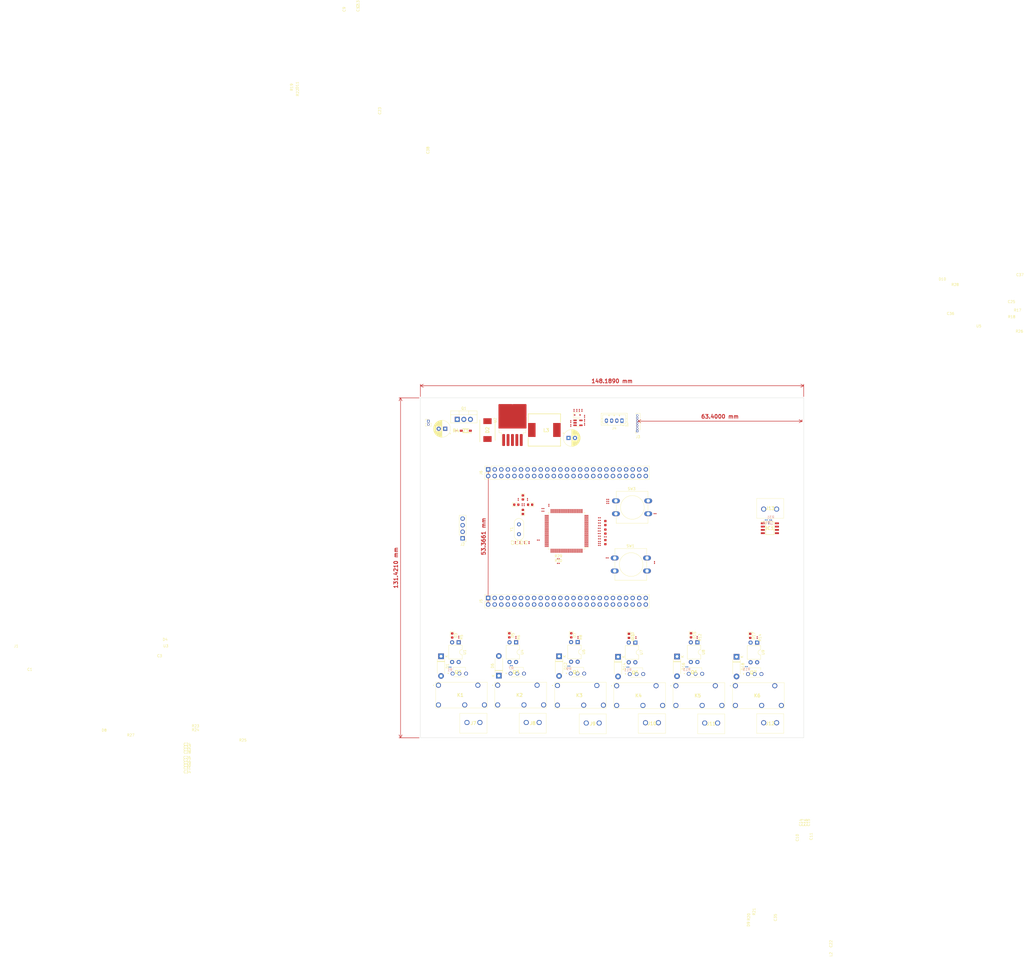
<source format=kicad_pcb>
(kicad_pcb (version 20221018) (generator pcbnew)
  (layers (0 "F.Cu" signal) (31 "B.Cu" signal) (34 "B.Paste" user) (35 "F.Paste" user) (36 "B.SilkS" user "B.Silkscreen") (37 "F.SilkS" user "F.Silkscreen") (38 "B.Mask" user) (39 "F.Mask" user) (44 "Edge.Cuts" user))
  (net 0 "")
  (net 1 "Net-(U3-INH)")
  (net 2 "Net-(U3-BYP)")
  (net 3 "Net-(D4-A)")
  (net 4 "nrst")
  (net 5 "Net-(D1-A)")
  (net 11 "vref+")
  (net 19 "vdda")
  (net 42 "vbat")
  (net 58 "Net-(U5-VCAP_1)")
  (net 73 "Net-(C37-Pad1)")
  (net 76 "Net-(C37-Pad2)")
  (net 78 "GND")
  (net 79 "Net-(U5-VCAP_2)")
  (net 80 "f4nrst")
  (net 81 "Net-(D8-A)")
  (net 82 "Net-(D9-A)")
  (net 83 "Net-(D10-A)")
  (net 84 "Net-(D11-A)")
  (net 85 "pd12")
  (net 86 "pd13")
  (net 87 "pd14")
  (net 88 "pd15")
  (net 89 "pa0")
  (net 90 "Net-(U5-BOOT0)")
  (net 91 "Net-(R25-Pad1)")
  (net 93 "m0")
  (net 94 "m1")
  (net 95 "Net-(J3-Pin_3)")
  (net 96 "lora_tx")
  (net 97 "lora_rx")
  (net 98 "nextion_tx")
  (net 99 "nextion_rx")
  (net 100 "swclk")
  (net 101 "swdio")
  (net 102 "+5V")
  (net 103 "+3.3V")
  (net 104 "Net-(C2-Pad2)")
  (net 105 "Net-(C4-Pad2)")
  (net 106 "ph0")
  (net 107 "ph1")
  (net 109 "Net-(D2-K)")
  (net 110 "Net-(Q1-S)")
  (net 111 "Net-(Q1-G)")
  (net 112 "Net-(D3-A)")
  (net 113 "Net-(D5-A)")
  (net 114 "Net-(D6-A)")
  (net 115 "Net-(D7-A)")
  (net 116 "Net-(D12-A)")
  (net 117 "Net-(D13-A)")
  (net 118 "Net-(D14-A)")
  (net 119 "Net-(D15-A)")
  (net 120 "Net-(D16-A)")
  (net 121 "Net-(D17-A)")
  (net 122 "Net-(D18-A)")
  (net 123 "+12V")
  (net 229 "Net-(Q2-B)")
  (net 230 "Net-(Q3-B)")
  (net 231 "Net-(Q4-B)")
  (net 232 "Net-(Q5-B)")
  (net 233 "Net-(Q6-B)")
  (net 234 "Net-(Q7-B)")
  (net 235 "Net-(R1-Pad1)")
  (net 237 "Net-(R5-Pad2)")
  (net 239 "Net-(R6-Pad2)")
  (net 240 "Net-(R7-Pad1)")
  (net 242 "Net-(R8-Pad2)")
  (net 243 "Net-(R9-Pad1)")
  (net 245 "Net-(R10-Pad2)")
  (net 246 "Net-(R11-Pad1)")
  (net 248 "Net-(R12-Pad2)")
  (net 249 "Net-(R13-Pad1)")
  (net 251 "Net-(R14-Pad2)")
  (net 252 "Net-(R15-Pad1)")
  (net 253 "can_tx")
  (net 254 "can_rx")
  (net 256 "can_l")
  (net 257 "can_h")
  (net 258 "can_silent_control")
  (net 261 "Net-(C5-Pad2)")
  (footprint "LED_SMD:LED_0603_1608Metric" (layer "F.Cu") (at 120.9 82.188 90)
    (fp_text reference "D9" (at -159.372 87.216 90) (layer "F.SilkS"))
    (fp_text value "LED")
    (pad "1" smd roundrect (at -0.7875 0 90) (size 0.875 0.95) (layers "F.Cu" "F.Paste" "F.Mask") (net 78 "GND"))
    (pad "2" smd roundrect (at 0.7875 0 90) (size 0.875 0.95) (layers "F.Cu" "F.Paste" "F.Mask") (net 82 "Net-(D9-A)"))
  )
  (footprint "LED_SMD:LED_0603_1608Metric" (layer "F.Cu") (at 185.9 129.9 -90)
    (fp_text reference "D15" (at 0 -1.43 90) (layer "F.SilkS"))
    (fp_text value "LED")
    (pad "1" smd roundrect (at -0.7875 0 270) (size 0.875 0.95) (layers "F.Cu" "F.Paste" "F.Mask") (net 78 "GND"))
    (pad "2" smd roundrect (at 0.7875 0 270) (size 0.875 0.95) (layers "F.Cu" "F.Paste" "F.Mask") (net 119 "Net-(D15-A)"))
  )
  (footprint "Capacitor_SMD:C_0201_0603Metric" (layer "F.Cu") (at 150.421 90.551)
    (fp_text reference "C27" (at -159.372 87.596) (layer "F.SilkS"))
    (fp_text value "C")
    (pad "1" smd roundrect (at -0.32 0) (size 0.46 0.4) (layers "F.Cu" "F.Mask") (net 19 "vdda"))
    (pad "2" smd roundrect (at 0.32 0) (size 0.46 0.4) (layers "F.Cu" "F.Mask") (net 78 "GND"))
  )
  (footprint "Package_DIP:DIP-4_W7.62mm" (layer "F.Cu") (at 164.375 132.7 -90)
    (fp_text reference "U7" (at 3.81 -2.33 90) (layer "F.SilkS"))
    (fp_text value "EL817")
    (pad "1" thru_hole rect (at 0 0 270) (size 1.6 1.6) (drill 0.8) (layers "*.Cu" "*.Mask") (net 245 "Net-(R10-Pad2)"))
    (pad "2" thru_hole oval (at 0 2.54 270) (size 1.6 1.6) (drill 0.8) (layers "*.Cu" "*.Mask") (net 117 "Net-(D13-A)"))
    (pad "3" thru_hole oval (at 7.62 2.54 270) (size 1.6 1.6) (drill 0.8) (layers "*.Cu" "*.Mask") (net 246 "Net-(R11-Pad1)"))
    (pad "4" thru_hole oval (at 7.62 0 270) (size 1.6 1.6) (drill 0.8) (layers "*.Cu" "*.Mask") (net 102 "+5V"))
  )
  (footprint "Capacitor_THT:CP_Radial_D6.3mm_P2.50mm" (layer "F.Cu") (at 138.541621 53.594)
    (fp_text reference "C3" (at -158.122 84.246) (layer "F.SilkS"))
    (fp_text value "C_Polarized")
    (pad "1" thru_hole rect (at 0 0) (size 1.6 1.6) (drill 0.8) (layers "*.Cu" "*.Mask") (net 102 "+5V"))
    (pad "2" thru_hole circle (at 2.5 0) (size 1.6 1.6) (drill 0.8) (layers "*.Cu" "*.Mask") (net 78 "GND"))
  )
  (footprint "Package_TO_SOT_SMD:TO-263-5_TabPin3" (layer "F.Cu") (at 116.864 46.736 90)
    (fp_text reference "U2" (at 0 -6.65 90) (layer "F.SilkS"))
    (fp_text value "LM2596S-5")
    (pad "1" smd roundrect (at -7.65 -3.4 90) (size 4.6 1.1) (layers "F.Cu" "F.Paste" "F.Mask") (roundrect_rratio 0.227273) (net 110 "Net-(Q1-S)"))
    (pad "2" smd roundrect (at -7.65 -1.7 90) (size 4.6 1.1) (layers "F.Cu" "F.Paste" "F.Mask") (roundrect_rratio 0.227273) (net 109 "Net-(D2-K)"))
    (pad "3" smd roundrect (at -7.65 0 90) (size 4.6 1.1) (layers "F.Cu" "F.Paste" "F.Mask") (roundrect_rratio 0.227273) (net 78 "GND"))
    (pad "3" smd roundrect (at -0.925 -2.775 90) (size 4.55 5.25) (layers "F.Cu" "F.Paste") (roundrect_rratio 0.054945) (net 78 "GND"))
    (pad "3" smd roundrect (at -0.925 2.775 90) (size 4.55 5.25) (layers "F.Cu" "F.Paste") (roundrect_rratio 0.054945) (net 78 "GND"))
    (pad "3" smd roundrect (at 1.5 0 90) (size 9.4 10.8) (layers "F.Cu" "F.Mask") (roundrect_rratio 0.026596) (net 78 "GND"))
    (pad "3" smd roundrect (at 3.925 -2.775 90) (size 4.55 5.25) (layers "F.Cu" "F.Paste") (roundrect_rratio 0.054945) (net 78 "GND"))
    (pad "3" smd roundrect (at 3.925 2.775 90) (size 4.55 5.25) (layers "F.Cu" "F.Paste") (roundrect_rratio 0.054945) (net 78 "GND"))
    (pad "4" smd roundrect (at -7.65 1.7 90) (size 4.6 1.1) (layers "F.Cu" "F.Paste" "F.Mask") (roundrect_rratio 0.227273) (net 102 "+5V"))
    (pad "5" smd roundrect (at -7.65 3.4 90) (size 4.6 1.1) (layers "F.Cu" "F.Paste" "F.Mask") (roundrect_rratio 0.227273) (net 78 "GND"))
  )
  (footprint "Package_DIP:DIP-4_W7.62mm" (layer "F.Cu") (at 118.275 132.6 -90)
    (fp_text reference "U4" (at 3.81 -2.33 90) (layer "F.SilkS"))
    (fp_text value "EL817")
    (pad "1" thru_hole rect (at 0 0 270) (size 1.6 1.6) (drill 0.8) (layers "*.Cu" "*.Mask") (net 239 "Net-(R6-Pad2)"))
    (pad "2" thru_hole oval (at 0 2.54 270) (size 1.6 1.6) (drill 0.8) (layers "*.Cu" "*.Mask") (net 113 "Net-(D5-A)"))
    (pad "3" thru_hole oval (at 7.62 2.54 270) (size 1.6 1.6) (drill 0.8) (layers "*.Cu" "*.Mask") (net 240 "Net-(R7-Pad1)"))
    (pad "4" thru_hole oval (at 7.62 0 270) (size 1.6 1.6) (drill 0.8) (layers "*.Cu" "*.Mask") (net 102 "+5V"))
  )
  (footprint "Resistor_SMD:R_0201_0603Metric" (layer "F.Cu") (at 153.496 99.96 180)
    (fp_text reference "R26" (at -159.372 87.596) (layer "F.SilkS"))
    (fp_text value "R")
    (pad "1" smd roundrect (at -0.32 0 180) (size 0.46 0.4) (layers "F.Cu" "F.Mask") (net 80 "f4nrst"))
    (pad "2" smd roundrect (at 0.32 0 180) (size 0.46 0.4) (layers "F.Cu" "F.Mask") (net 103 "+3.3V"))
  )
  (footprint "SamacSys_Parts:SOD3716X145N" (layer "F.Cu") (at 98.83 50.8 180)
    (fp_text reference "Z1" (at 0 0 180) (layer "F.SilkS") (effects (font (size 1.27 1.27) (thickness 0.254))))
    (fp_text value "MMSZ5242ET1G" hide)
    (pad "1" smd rect (at -1.75 0 270) (size 0.8 1.15) (layers "F.Cu" "F.Paste" "F.Mask") (net 110 "Net-(Q1-S)"))
    (pad "2" smd rect (at 1.75 0 270) (size 0.8 1.15) (layers "F.Cu" "F.Paste" "F.Mask") (net 111 "Net-(Q1-G)"))
  )
  (footprint "Capacitor_SMD:C_0201_0603Metric" (layer "F.Cu") (at 144.748 48.26 90)
    (fp_text reference "C11" (at -159.372 87.596 90) (layer "F.SilkS"))
    (fp_text value "C")
    (pad "1" smd roundrect (at -0.32 0 90) (size 0.46 0.4) (layers "F.Cu" "F.Mask") (net 2 "Net-(U3-BYP)"))
    (pad "2" smd roundrect (at 0.32 0 90) (size 0.46 0.4) (layers "F.Cu" "F.Mask") (net 78 "GND"))
  )
  (footprint "Connector_PinHeader_2.54mm:PinHeader_1x04_P2.54mm_Vertical" (layer "F.Cu") (at 97.6 92.4 180)
    (fp_text reference "J2" (at 0 -2.33) (layer "F.SilkS"))
    (fp_text value "Conn_01x04_Pin")
    (pad "1" thru_hole rect (at 0 0 180) (size 1.7 1.7) (drill 1) (layers "*.Cu" "*.Mask") (net 78 "GND"))
    (pad "2" thru_hole oval (at 0 2.54 180) (size 1.7 1.7) (drill 1) (layers "*.Cu" "*.Mask") (net 100 "swclk"))
    (pad "3" thru_hole oval (at 0 5.08 180) (size 1.7 1.7) (drill 1) (layers "*.Cu" "*.Mask") (net 101 "swdio"))
    (pad "4" thru_hole oval (at 0 7.62 180) (size 1.7 1.7) (drill 1) (layers "*.Cu" "*.Mask") (net 103 "+3.3V"))
  )
  (footprint "Capacitor_THT:CP_Radial_D6.3mm_P2.50mm" (layer "F.Cu") (at 90.86838 50.038 180)
    (fp_text reference "C1" (at 160.622 -93.046) (layer "F.SilkS"))
    (fp_text value "C_Polarized")
    (pad "1" thru_hole rect (at 0 0 180) (size 1.6 1.6) (drill 0.8) (layers "*.Cu" "*.Mask") (net 110 "Net-(Q1-S)"))
    (pad "2" thru_hole circle (at 2.5 0 180) (size 1.6 1.6) (drill 0.8) (layers "*.Cu" "*.Mask") (net 78 "GND"))
  )
  (footprint "Capacitor_SMD:C_0603_1608Metric" (layer "F.Cu") (at 152.781 86.487 -90)
    (fp_text reference "C23" (at -159.372 87.216 90) (layer "F.SilkS"))
    (fp_text value "C_Polarized")
    (pad "1" smd roundrect (at -0.775 0 270) (size 0.9 0.95) (layers "F.Cu" "F.Paste" "F.Mask") (net 19 "vdda"))
    (pad "2" smd roundrect (at 0.775 0 270) (size 0.9 0.95) (layers "F.Cu" "F.Paste" "F.Mask") (net 78 "GND"))
  )
  (footprint "SamacSys_Parts:SRR1260-150M" (layer "F.Cu") (at 129.2 50.5)
    (fp_text reference "L3" (at 0.712 0.137) (layer "F.SilkS") (effects (font (size 1.27 1.27) (thickness 0.254))))
    (fp_text value "SRR1260-330M" hide)
    (pad "1" smd rect (at -4.85 0) (size 2.9 5.4) (layers "F.Cu" "F.Paste" "F.Mask") (net 109 "Net-(D2-K)"))
    (pad "2" smd rect (at 4.85 0) (size 2.9 5.4) (layers "F.Cu" "F.Paste" "F.Mask") (net 102 "+5V"))
  )
  (footprint "Capacitor_SMD:C_0201_0603Metric" (layer "F.Cu") (at 150.495 86.487)
    (fp_text reference "C33" (at -159.372 87.596) (layer "F.SilkS"))
    (fp_text value "C")
    (pad "1" smd roundrect (at -0.32 0) (size 0.46 0.4) (layers "F.Cu" "F.Mask") (net 19 "vdda"))
    (pad "2" smd roundrect (at 0.32 0) (size 0.46 0.4) (layers "F.Cu" "F.Mask") (net 78 "GND"))
  )
  (footprint "Diode_THT:D_DO-41_SOD81_P7.62mm_Horizontal" (layer "F.Cu") (at 180.5 138.09 -90)
    (fp_text reference "D16" (at 3.81 -2.47 90) (layer "F.SilkS"))
    (fp_text value "1N4002")
    (fp_text user "K" (at 0 -2.1 90) (layer "F.SilkS"))
    (pad "1" thru_hole rect (at 0 0 270) (size 2.2 2.2) (drill 1.1) (layers "*.Cu" "*.Mask") (net 102 "+5V"))
    (pad "2" thru_hole oval (at 7.62 0 270) (size 2.2 2.2) (drill 1.1) (layers "*.Cu" "*.Mask") (net 120 "Net-(D16-A)"))
  )
  (footprint "Package_TO_SOT_SMD:TSOT-23-5" (layer "F.Cu") (at 142.208 47.752)
    (fp_text reference "U3" (at -159.372 86.246) (layer "F.SilkS"))
    (fp_text value "LD3985G33R_TSOT23")
    (pad "1" smd roundrect (at -1.1375 -0.95) (size 1.325 0.6) (layers "F.Cu" "F.Paste" "F.Mask") (net 102 "+5V"))
    (pad "2" smd roundrect (at -1.1375 0) (size 1.325 0.6) (layers "F.Cu" "F.Paste" "F.Mask") (net 78 "GND"))
    (pad "3" smd roundrect (at -1.1375 0.95) (size 1.325 0.6) (layers "F.Cu" "F.Paste" "F.Mask") (net 1 "Net-(U3-INH)"))
    (pad "4" smd roundrect (at 1.1375 0.95) (size 1.325 0.6) (layers "F.Cu" "F.Paste" "F.Mask") (net 2 "Net-(U3-BYP)"))
    (pad "5" smd roundrect (at 1.1375 -0.95) (size 1.325 0.6) (layers "F.Cu" "F.Paste" "F.Mask") (net 3 "Net-(D4-A)"))
  )
  (footprint "SamacSys_Parts:TB00250002BE" (layer "F.Cu") (at 173.3 163.7 180)
    (fp_text reference "J10" (at 2.5 -0.3 180) (layer "F.SilkS") (effects (font (size 1.27 1.27) (thickness 0.254))))
    (fp_text value "TB002-500-02BE" hide)
    (pad "1" thru_hole circle (at 0 0 180) (size 1.95 1.95) (drill 1.3) (layers "*.Cu" "*.Mask") (net 123 "+12V"))
    (pad "2" thru_hole circle (at 5 0 180) (size 1.95 1.95) (drill 1.3) (layers "*.Cu" "*.Mask") (net 78 "GND"))
  )
  (footprint "Capacitor_SMD:C_0201_0603Metric" (layer "F.Cu") (at 144.748 45.212 -90)
    (fp_text reference "C13" (at -159.372 87.596 90) (layer "F.SilkS"))
    (fp_text value "C")
    (pad "1" smd roundrect (at -0.32 0 270) (size 0.46 0.4) (layers "F.Cu" "F.Mask") (net 3 "Net-(D4-A)"))
    (pad "2" smd roundrect (at 0.32 0 270) (size 0.46 0.4) (layers "F.Cu" "F.Mask") (net 78 "GND"))
  )
  (footprint "LED_SMD:LED_0603_1608Metric" (layer "F.Cu") (at 123.694 79.394 180)
    (fp_text reference "D10" (at -159.372 87.216) (layer "F.SilkS"))
    (fp_text value "LED")
    (pad "1" smd roundrect (at -0.7875 0 180) (size 0.875 0.95) (layers "F.Cu" "F.Paste" "F.Mask") (net 78 "GND"))
    (pad "2" smd roundrect (at 0.7875 0 180) (size 0.875 0.95) (layers "F.Cu" "F.Paste" "F.Mask") (net 83 "Net-(D10-A)"))
  )
  (footprint "Resistor_SMD:R_0201_0603Metric" (layer "F.Cu") (at 142.2 130.7 -90)
    (fp_text reference "R8" (at 0 -1.05 90) (layer "F.SilkS"))
    (fp_text value "R")
    (pad "1" smd roundrect (at -0.32 0 270) (size 0.46 0.4) (layers "F.Cu" "F.Mask"))
    (pad "2" smd roundrect (at 0.32 0 270) (size 0.46 0.4) (layers "F.Cu" "F.Mask") (net 242 "Net-(R8-Pad2)"))
  )
  (footprint "Connector_JST:JST_PH_B4B-PH-K_1x04_P2.00mm_Vertical" (layer "F.Cu") (at 159.21 46.905 180)
    (fp_text reference "J4" (at 3 -2.9) (layer "F.SilkS"))
    (fp_text value "Conn_01x04_Socket")
    (pad "1" thru_hole roundrect (at 0 0 180) (size 1.2 1.75) (drill 0.75) (layers "*.Cu" "*.Mask") (roundrect_rratio 0.208333) (net 78 "GND"))
    (pad "2" thru_hole oval (at 2 0 180) (size 1.2 1.75) (drill 0.75) (layers "*.Cu" "*.Mask") (net 98 "nextion_tx"))
    (pad "3" thru_hole oval (at 4 0 180) (size 1.2 1.75) (drill 0.75) (layers "*.Cu" "*.Mask") (net 99 "nextion_rx"))
    (pad "4" thru_hole oval (at 6 0 180) (size 1.2 1.75) (drill 0.75) (layers "*.Cu" "*.Mask") (net 102 "+5V"))
  )
  (footprint "Capacitor_SMD:C_0201_0603Metric" (layer "F.Cu") (at 143.732 42.926 90)
    (fp_text reference "C15" (at -159.372 87.596 90) (layer "F.SilkS"))
    (fp_text value "C")
    (pad "1" smd roundrect (at -0.32 0 90) (size 0.46 0.4) (layers "F.Cu" "F.Mask") (net 103 "+3.3V"))
    (pad "2" smd roundrect (at 0.32 0 90) (size 0.46 0.4) (layers "F.Cu" "F.Mask") (net 78 "GND"))
  )
  (footprint "Capacitor_SMD:C_0201_0603Metric" (layer "F.Cu") (at 119.78 94.05 90)
    (fp_text reference "C4" (at 0 -1.05 90) (layer "F.SilkS"))
    (fp_text value "C")
    (pad "1" smd roundrect (at -0.32 0 90) (size 0.46 0.4) (layers "F.Cu" "F.Mask") (net 78 "GND"))
    (pad "2" smd roundrect (at 0.32 0 90) (size 0.46 0.4) (layers "F.Cu" "F.Mask") (net 105 "Net-(C4-Pad2)"))
  )
  (footprint "KiCad:JQ1P5VF" (layer "F.Cu") (at 203.055 149.39)
    (fp_text reference "K6" (at 8.445 3.81) (layer "F.SilkS") (effects (font (size 1.27 1.27) (thickness 0.254))))
    (fp_text value "JQ1P-5V-F" hide)
    (pad "1" thru_hole circle (at 0 0) (size 1.95 1.95) (drill 1.3) (layers "*.Cu" "*.Mask") (net 102 "+5V"))
    (pad "2" thru_hole circle (at 15.24 0) (size 1.95 1.95) (drill 1.3) (layers "*.Cu" "*.Mask"))
    (pad "3" thru_hole circle (at 17.78 7.62) (size 1.95 1.95) (drill 1.3) (layers "*.Cu" "*.Mask") (net 123 "+12V"))
    (pad "4" thru_hole circle (at 10.16 7.62) (size 1.95 1.95) (drill 1.3) (layers "*.Cu" "*.Mask") (net 78 "GND"))
    (pad "5" thru_hole circle (at 0 7.62) (size 1.95 1.95) (drill 1.3) (layers "*.Cu" "*.Mask") (net 122 "Net-(D18-A)"))
  )
  (footprint "Capacitor_SMD:C_0201_0603Metric" (layer "F.Cu") (at 150.495 93.599)
    (fp_text reference "C31" (at -159.372 87.596) (layer "F.SilkS"))
    (fp_text value "C")
    (pad "1" smd roundrect (at -0.32 0) (size 0.46 0.4) (layers "F.Cu" "F.Mask") (net 19 "vdda"))
    (pad "2" smd roundrect (at 0.32 0) (size 0.46 0.4) (layers "F.Cu" "F.Mask") (net 78 "GND"))
  )
  (footprint "SamacSys_Parts:BC33740TA" (layer "F.Cu") (at 117.825 144.11)
    (fp_text reference "Q3" (at 0.373 0) (layer "F.SilkS") (effects (font (size 1.27 1.27) (thickness 0.254))))
    (fp_text value "BC33740TA" hide)
    (pad "1" thru_hole circle (at -1.7 0.585) (size 1.493 1.493) (drill 0.96) (layers "*.Cu" "*.Mask") (net 114 "Net-(D6-A)"))
    (pad "2" thru_hole circle (at 0.9 0.585) (size 1.493 1.493) (drill 0.96) (layers "*.Cu" "*.Mask") (net 230 "Net-(Q3-B)"))
    (pad "3" thru_hole circle (at 3.5 0.585) (size 1.493 1.493) (drill 0.96) (layers "*.Cu" "*.Mask") (net 78 "GND"))
  )
  (footprint "Inductor_SMD:L_0603_1608Metric" (layer "F.Cu") (at 152.781 93.853 90)
    (fp_text reference "L2" (at -159.372 87.216 90) (layer "F.SilkS"))
    (fp_text value "L")
    (pad "1" smd roundrect (at -0.7875 0 90) (size 0.875 0.95) (layers "F.Cu" "F.Paste" "F.Mask") (net 103 "+3.3V"))
    (pad "2" smd roundrect (at 0.7875 0 90) (size 0.875 0.95) (layers "F.Cu" "F.Paste" "F.Mask") (net 19 "vdda"))
  )
  (footprint "Resistor_SMD:R_0201_0603Metric" (layer "F.Cu") (at 152.781 91.821 180)
    (fp_text reference "R17" (at -159.372 87.596) (layer "F.SilkS"))
    (fp_text value "R")
    (pad "1" smd roundrect (at -0.32 0 180) (size 0.46 0.4) (layers "F.Cu" "F.Mask") (net 19 "vdda"))
    (pad "2" smd roundrect (at 0.32 0 180) (size 0.46 0.4) (layers "F.Cu" "F.Mask") (net 11 "vref+"))
  )
  (footprint "SamacSys_Parts:TB00250002BE" (layer "F.Cu") (at 219 163.7 180)
    (fp_text reference "J12" (at 2.5 -0.3 180) (layer "F.SilkS") (effects (font (size 1.27 1.27) (thickness 0.254))))
    (fp_text value "TB002-500-02BE" hide)
    (pad "1" thru_hole circle (at 0 0 180) (size 1.95 1.95) (drill 1.3) (layers "*.Cu" "*.Mask") (net 123 "+12V"))
    (pad "2" thru_hole circle (at 5 0 180) (size 1.95 1.95) (drill 1.3) (layers "*.Cu" "*.Mask") (net 78 "GND"))
  )
  (footprint "Capacitor_SMD:C_0201_0603Metric" (layer "F.Cu") (at 141.756 42.926 90)
    (fp_text reference "C17" (at -159.372 87.596 90) (layer "F.SilkS"))
    (fp_text value "C")
    (pad "1" smd roundrect (at -0.32 0 90) (size 0.46 0.4) (layers "F.Cu" "F.Mask") (net 103 "+3.3V"))
    (pad "2" smd roundrect (at 0.32 0 90) (size 0.46 0.4) (layers "F.Cu" "F.Mask") (net 78 "GND"))
  )
  (footprint "Connector_PinSocket_1.00mm:PinSocket_1x07_P1.00mm_Vertical" (layer "F.Cu") (at 165.11 50.9 180)
    (fp_text reference "J3" (at -0.29 -2.25) (layer "F.SilkS"))
    (fp_text value "Conn_01x07_Pin")
    (pad "1" thru_hole rect (at 0 0 180) (size 0.85 0.85) (drill 0.5) (layers "*.Cu" "*.Mask") (net 93 "m0"))
    (pad "2" thru_hole oval (at 0 1 180) (size 0.85 0.85) (drill 0.5) (layers "*.Cu" "*.Mask") (net 94 "m1"))
    (pad "3" thru_hole oval (at 0 2 180) (size 0.85 0.85) (drill 0.5) (layers "*.Cu" "*.Mask") (net 95 "Net-(J3-Pin_3)"))
    (pad "4" thru_hole oval (at 0 3 180) (size 0.85 0.85) (drill 0.5) (layers "*.Cu" "*.Mask") (net 97 "lora_rx"))
    (pad "5" thru_hole oval (at 0 4 180) (size 0.85 0.85) (drill 0.5) (layers "*.Cu" "*.Mask"))
    (pad "6" thru_hole oval (at 0 5 180) (size 0.85 0.85) (drill 0.5) (layers "*.Cu" "*.Mask") (net 102 "+5V"))
    (pad "7" thru_hole oval (at 0 6 180) (size 0.85 0.85) (drill 0.5) (layers "*.Cu" "*.Mask") (net 78 "GND"))
  )
  (footprint "Capacitor_SMD:C_0201_0603Metric" (layer "F.Cu") (at 171.784 101.738 -90)
    (fp_text reference "C38" (at -159.372 87.596 90) (layer "F.SilkS"))
    (fp_text value "C")
    (pad "1" smd roundrect (at -0.32 0 270) (size 0.46 0.4) (layers "F.Cu" "F.Mask") (net 80 "f4nrst"))
    (pad "2" smd roundrect (at 0.32 0 270) (size 0.46 0.4) (layers "F.Cu" "F.Mask") (net 78 "GND"))
  )
  (footprint "Resistor_SMD:R_0201_0603Metric" (layer "F.Cu") (at 122.678 77.362 90)
    (fp_text reference "R21" (at -159.372 87.596 90) (layer "F.SilkS"))
    (fp_text value "R")
    (pad "1" smd roundrect (at -0.32 0 90) (size 0.46 0.4) (layers "F.Cu" "F.Mask") (net 87 "pd14"))
    (pad "2" smd roundrect (at 0.32 0 90) (size 0.46 0.4) (layers "F.Cu" "F.Mask") (net 83 "Net-(D10-A)"))
  )
  (footprint "Connector_PinSocket_2.54mm:PinSocket_2x25_P2.54mm_Vertical" (layer "F.Cu") (at 107.472 65.766 90)
    (fp_text reference "J6" (at -1.27 -2.77 90) (layer "F.SilkS"))
    (fp_text value "Conn_02x25_Counter_Clockwise")
    (pad "1" thru_hole rect (at 0 0 90) (size 1.7 1.7) (drill 1) (layers "*.Cu" "*.Mask"))
    (pad "2" thru_hole oval (at -2.54 0 90) (size 1.7 1.7) (drill 1) (layers "*.Cu" "*.Mask"))
    (pad "3" thru_hole oval (at 0 2.54 90) (size 1.7 1.7) (drill 1) (layers "*.Cu" "*.Mask"))
    (pad "4" thru_hole oval (at -2.54 2.54 90) (size 1.7 1.7) (drill 1) (layers "*.Cu" "*.Mask"))
    (pad "5" thru_hole oval (at 0 5.08 90) (size 1.7 1.7) (drill 1) (layers "*.Cu" "*.Mask"))
    (pad "6" thru_hole oval (at -2.54 5.08 90) (size 1.7 1.7) (drill 1) (layers "*.Cu" "*.Mask"))
    (pad "7" thru_hole oval (at 0 7.62 90) (size 1.7 1.7) (drill 1) (layers "*.Cu" "*.Mask"))
    (pad "8" thru_hole oval (at -2.54 7.62 90) (size 1.7 1.7) (drill 1) (layers "*.Cu" "*.Mask"))
    (pad "9" thru_hole oval (at 0 10.16 90) (size 1.7 1.7) (drill 1) (layers "*.Cu" "*.Mask"))
    (pad "10" thru_hole oval (at -2.54 10.16 90) (size 1.7 1.7) (drill 1) (layers "*.Cu" "*.Mask"))
    (pad "11" thru_hole oval (at 0 12.7 90) (size 1.7 1.7) (drill 1) (layers "*.Cu" "*.Mask"))
    (pad "12" thru_hole oval (at -2.54 12.7 90) (size 1.7 1.7) (drill 1) (layers "*.Cu" "*.Mask"))
    (pad "13" thru_hole oval (at 0 15.24 90) (size 1.7 1.7) (drill 1) (layers "*.Cu" "*.Mask"))
    (pad "14" thru_hole oval (at -2.54 15.24 90) (size 1.7 1.7) (drill 1) (layers "*.Cu" "*.Mask"))
    (pad "15" thru_hole oval (at 0 17.78 90) (size 1.7 1.7) (drill 1) (layers "*.Cu" "*.Mask"))
    (pad "16" thru_hole oval (at -2.54 17.78 90) (size 1.7 1.7) (drill 1) (layers "*.Cu" "*.Mask"))
    (pad "17" thru_hole oval (at 0 20.32 90) (size 1.7 1.7) (drill 1) (layers "*.Cu" "*.Mask"))
    (pad "18" thru_hole oval (at -2.54 20.32 90) (size 1.7 1.7) (drill 1) (layers "*.Cu" "*.Mask"))
    (pad "19" thru_hole oval (at 0 22.86 90) (size 1.7 1.7) (drill 1) (layers "*.Cu" "*.Mask"))
    (pad "20" thru_hole oval (at -2.54 22.86 90) (size 1.7 1.7) (drill 1) (layers "*.Cu" "*.Mask"))
    (pad "21" thru_hole oval (at 0 25.4 90) (size 1.7 1.7) (drill 1) (layers "*.Cu" "*.Mask"))
    (pad "22" thru_hole oval (at -2.54 25.4 90) (size 1.7 1.7) (drill 1) (layers "*.Cu" "*.Mask"))
    (pad "23" thru_hole oval (at 0 27.94 90) (size 1.7 1.7) (drill 1) (layers "*.Cu" "*.Mask"))
    (pad "24" thru_hole oval (at -2.54 27.94 90) (size 1.7 1.7) (drill 1) (layers "*.Cu" "*.Mask"))
    (pad "25" thru_hole oval (at 0 30.48 90) (size 1.7 1.7) (drill 1) (layers "*.Cu" "*.Mask"))
    (pad "26" thru_hole oval (at -2.54 30.48 90) (size 1.7 1.7) (drill 1) (layers "*.Cu" "*.Mask"))
    (pad "27" thru_hole oval (at 0 33.02 90) (size 1.7 1.7) (drill 1) (layers "*.Cu" "*.Mask"))
    (pad "28" thru_hole oval (at -2.54 33.02 90) (size 1.7 1.7) (drill 1) (layers "*.Cu" "*.Mask"))
    (pad "29" thru_hole oval (at 0 35.56 90) (size 1.7 1.7) (drill 1) (layers "*.Cu" "*.Mask"))
    (pad "30" thru_hole oval (at -2.54 35.56 90) (size 1.7 1.7) (drill 1) (layers "*.Cu" "*.Mask"))
    (pad "31" thru_hole oval (at 0 38.1 90) (size 1.7 1.7) (drill 1) (layers "*.Cu" "*.Mask"))
    (pad "32" thru_hole oval (at -2.54 38.1 90) (size 1.7 1.7) (drill 1) (layers "*.Cu" "*.Mask"))
    (pad "33" thru_hole oval (at 0 40.64 90) (size 1.7 1.7) (drill 1) (layers "*.Cu" "*.Mask"))
    (pad "34" thru_hole oval (at -2.54 40.64 90) (size 1.7 1.7) (drill 1) (layers "*.Cu" "*.Mask"))
    (pad "35" thru_hole oval (at 0 43.18 90) (size 1.7 1.7) (drill 1) (layers "*.Cu" "*.Mask"))
    (pad "36" thru_hole oval (at -2.54 43.18 90) (size 1.7 1.7) (drill 1) (layers "*.Cu" "*.Mask"))
    (pad "37" thru_hole oval (at 0 45.72 90) (size 1.7 1.7) (drill 1) (layers "*.Cu" "*.Mask"))
    (pad "38" thru_hole oval (at -2.54 45.72 90) (size 1.7 1.7) (drill 1) (layers "*.Cu" "*.Mask"))
    (pad "39" thru_hole oval (at 0 48.26 90) (size 1.7 1.7) (drill 1) (layers "*.Cu" "*.Mask"))
    (pad "40" thru_hole oval (at -2.54 48.26 90) (size 1.7 1.7) (drill 1) (layers "*.Cu" "*.Mask"))
    (pad "41" thru_hole oval (at 0 50.8 90) (size 1.7 1.7) (drill 1) (layers "*.Cu" "*.Mask"))
    (pad "42" thru_hole oval (at -2.54 50.8 90) (size 1.7 1.7) (drill 1) (layers "*.Cu" "*.Mask"))
    (pad "43" thru_hole oval (at 0 53.34 90) (size 1.7 1.7) (drill 1) (layers "*.Cu" "*.Mask"))
    (pad "44" thru_hole oval (at -2.54 53.34 90) (size 1.7 1.7) (drill 1) (layers "*.Cu" "*.Mask"))
    (pad "45" thru_hole oval (at 0 55.88 90) (size 1.7 1.7) (drill 1) (layers "*.Cu" "*.Mask"))
    (pad "46" thru_hole oval (at -2.54 55.88 90) (size 1.7 1.7) (drill 1) (layers "*.Cu" "*.Mask"))
    (pad "47" thru_hole oval (at 0 58.42 90) (size 1.7 1.7) (drill 1) (layers "*.Cu" "*.Mask"))
    (pad "48" thru_hole oval (at -2.54 58.42 90) (size 1.7 1.7) (drill 1) (layers "*.Cu" "*.Mask"))
    (pad "49" thru_hole oval (at 0 60.96 90) (size 1.7 1.7) (drill 1) (layers "*.Cu" "*.Mask"))
    (pad "50" thru_hole oval (at -2.54 60.96 90) (size 1.7 1.7) (drill 1) (layers "*.Cu" "*.Mask"))
  )
  (footprint "Package_DIP:DIP-4_W7.62mm" (layer "F.Cu") (at 142.075 132.5 -90)
    (fp_text reference "U6" (at 3.81 -2.33 90) (layer "F.SilkS"))
    (fp_text value "EL817")
    (pad "1" thru_hole rect (at 0 0 270) (size 1.6 1.6) (drill 0.8) (layers "*.Cu" "*.Mask") (net 242 "Net-(R8-Pad2)"))
    (pad "2" thru_hole oval (at 0 2.54 270) (size 1.6 1.6) (drill 0.8) (layers "*.Cu" "*.Mask") (net 115 "Net-(D7-A)"))
    (pad "3" thru_hole oval (at 7.62 2.54 270) (size 1.6 1.6) (drill 0.8) (layers "*.Cu" "*.Mask") (net 243 "Net-(R9-Pad1)"))
    (pad "4" thru_hole oval (at 7.62 0 270) (size 1.6 1.6) (drill 0.8) (layers "*.Cu" "*.Mask") (net 102 "+5V"))
  )
  (footprint "Resistor_SMD:R_0201_0603Metric" (layer "F.Cu") (at 134.62 100.33)
    (fp_text reference "R29" (at 0 -1.05) (layer "F.SilkS"))
    (fp_text value "10k")
    (pad "1" smd roundrect (at -0.32 0) (size 0.46 0.4) (layers "F.Cu" "F.Mask") (net 95 "Net-(J3-Pin_3)"))
    (pad "2" smd roundrect (at 0.32 0) (size 0.46 0.4) (layers "F.Cu" "F.Mask") (net 96 "lora_tx"))
  )
  (footprint "LED_SMD:LED_0603_1608Metric" (layer "F.Cu") (at 93.56 129.965 -90)
    (fp_text reference "D3" (at 0 -1.43 90) (layer "F.SilkS"))
    (fp_text value "LED")
    (pad "1" smd roundrect (at -0.7875 0 270) (size 0.875 0.95) (layers "F.Cu" "F.Paste" "F.Mask") (net 78 "GND"))
    (pad "2" smd roundrect (at 0.7875 0 270) (size 0.875 0.95) (layers "F.Cu" "F.Paste" "F.Mask") (net 112 "Net-(D3-A)"))
  )
  (footprint "Capacitor_SMD:C_0201_0603Metric" (layer "F.Cu") (at 150.421 88.519 180)
    (fp_text reference "C25" (at -159.372 87.596) (layer "F.SilkS"))
    (fp_text value "C")
    (pad "1" smd roundrect (at -0.32 0 180) (size 0.46 0.4) (layers "F.Cu" "F.Mask") (net 78 "GND"))
    (pad "2" smd roundrect (at 0.32 0 180) (size 0.46 0.4) (layers "F.Cu" "F.Mask") (net 19 "vdda"))
  )
  (footprint "Connector_PinSocket_2.54mm:PinSocket_2x25_P2.54mm_Vertical" (layer "F.Cu") (at 107.46 115.46 90)
    (fp_text reference "J5" (at -1.27 -2.77 90) (layer "F.SilkS"))
    (fp_text value "Conn_02x25_Counter_Clockwise")
    (pad "1" thru_hole rect (at 0 0 90) (size 1.7 1.7) (drill 1) (layers "*.Cu" "*.Mask"))
    (pad "2" thru_hole oval (at -2.54 0 90) (size 1.7 1.7) (drill 1) (layers "*.Cu" "*.Mask"))
    (pad "3" thru_hole oval (at 0 2.54 90) (size 1.7 1.7) (drill 1) (layers "*.Cu" "*.Mask"))
    (pad "4" thru_hole oval (at -2.54 2.54 90) (size 1.7 1.7) (drill 1) (layers "*.Cu" "*.Mask"))
    (pad "5" thru_hole oval (at 0 5.08 90) (size 1.7 1.7) (drill 1) (layers "*.Cu" "*.Mask"))
    (pad "6" thru_hole oval (at -2.54 5.08 90) (size 1.7 1.7) (drill 1) (layers "*.Cu" "*.Mask"))
    (pad "7" thru_hole oval (at 0 7.62 90) (size 1.7 1.7) (drill 1) (layers "*.Cu" "*.Mask"))
    (pad "8" thru_hole oval (at -2.54 7.62 90) (size 1.7 1.7) (drill 1) (layers "*.Cu" "*.Mask"))
    (pad "9" thru_hole oval (at 0 10.16 90) (size 1.7 1.7) (drill 1) (layers "*.Cu" "*.Mask"))
    (pad "10" thru_hole oval (at -2.54 10.16 90) (size 1.7 1.7) (drill 1) (layers "*.Cu" "*.Mask"))
    (pad "11" thru_hole oval (at 0 12.7 90) (size 1.7 1.7) (drill 1) (layers "*.Cu" "*.Mask"))
    (pad "12" thru_hole oval (at -2.54 12.7 90) (size 1.7 1.7) (drill 1) (layers "*.Cu" "*.Mask"))
    (pad "13" thru_hole oval (at 0 15.24 90) (size 1.7 1.7) (drill 1) (layers "*.Cu" "*.Mask"))
    (pad "14" thru_hole oval (at -2.54 15.24 90) (size 1.7 1.7) (drill 1) (layers "*.Cu" "*.Mask"))
    (pad "15" thru_hole oval (at 0 17.78 90) (size 1.7 1.7) (drill 1) (layers "*.Cu" "*.Mask"))
    (pad "16" thru_hole oval (at -2.54 17.78 90) (size 1.7 1.7) (drill 1) (layers "*.Cu" "*.Mask"))
    (pad "17" thru_hole oval (at 0 20.32 90) (size 1.7 1.7) (drill 1) (layers "*.Cu" "*.Mask"))
    (pad "18" thru_hole oval (at -2.54 20.32 90) (size 1.7 1.7) (drill 1) (layers "*.Cu" "*.Mask"))
    (pad "19" thru_hole oval (at 0 22.86 90) (size 1.7 1.7) (drill 1) (layers "*.Cu" "*.Mask"))
    (pad "20" thru_hole oval (at -2.54 22.86 90) (size 1.7 1.7) (drill 1) (layers "*.Cu" "*.Mask"))
    (pad "21" thru_hole oval (at 0 25.4 90) (size 1.7 1.7) (drill 1) (layers "*.Cu" "*.Mask"))
    (pad "22" thru_hole oval (at -2.54 25.4 90) (size 1.7 1.7) (drill 1) (layers "*.Cu" "*.Mask"))
    (pad "23" thru_hole oval (at 0 27.94 90) (size 1.7 1.7) (drill 1) (layers "*.Cu" "*.Mask"))
    (pad "24" thru_hole oval (at -2.54 27.94 90) (size 1.7 1.7) (drill 1) (layers "*.Cu" "*.Mask"))
    (pad "25" thru_hole oval (at 0 30.48 90) (size 1.7 1.7) (drill 1) (layers "*.Cu" "*.Mask"))
    (pad "26" thru_hole oval (at -2.54 30.48 90) (size 1.7 1.7) (drill 1) (layers "*.Cu" "*.Mask"))
    (pad "27" thru_hole oval (at 0 33.02 90) (size 1.7 1.7) (drill 1) (layers "*.Cu" "*.Mask"))
    (pad "28" thru_hole oval (at -2.54 33.02 90) (size 1.7 1.7) (drill 1) (layers "*.Cu" "*.Mask"))
    (pad "29" thru_hole oval (at 0 35.56 90) (size 1.7 1.7) (drill 1) (layers "*.Cu" "*.Mask"))
    (pad "30" thru_hole oval (at -2.54 35.56 90) (size 1.7 1.7) (drill 1) (layers "*.Cu" "*.Mask"))
    (pad "31" thru_hole oval (at 0 38.1 90) (size 1.7 1.7) (drill 1) (layers "*.Cu" "*.Mask"))
    (pad "32" thru_hole oval (at -2.54 38.1 90) (size 1.7 1.7) (drill 1) (layers "*.Cu" "*.Mask"))
    (pad "33" thru_hole oval (at 0 40.64 90) (size 1.7 1.7) (drill 1) (layers "*.Cu" "*.Mask"))
    (pad "34" thru_hole oval (at -2.54 40.64 90) (size 1.7 1.7) (drill 1) (layers "*.Cu" "*.Mask"))
    (pad "35" thru_hole oval (at 0 43.18 90) (size 1.7 1.7) (drill 1) (layers "*.Cu" "*.Mask"))
    (pad "36" thru_hole oval (at -2.54 43.18 90) (size 1.7 1.7) (drill 1) (layers "*.Cu" "*.Mask"))
    (pad "37" thru_hole oval (at 0 45.72 90) (size 1.7 1.7) (drill 1) (layers "*.Cu" "*.Mask"))
    (pad "38" thru_hole oval (at -2.54 45.72 90) (size 1.7 1.7) (drill 1) (layers "*.Cu" "*.Mask"))
    (pad "39" thru_hole oval (at 0 48.26 90) (size 1.7 1.7) (drill 1) (layers "*.Cu" "*.Mask"))
    (pad "40" thru_hole oval (at -2.54 48.26 90) (size 1.7 1.7) (drill 1) (layers "*.Cu" "*.Mask"))
    (pad "41" thru_hole oval (at 0 50.8 90) (size 1.7 1.7) (drill 1) (layers "*.Cu" "*.Mask"))
    (pad "42" thru_hole oval (at -2.54 50.8 90) (size 1.7 1.7) (drill 1) (layers "*.Cu" "*.Mask"))
    (pad "43" thru_hole oval (at 0 53.34 90) (size 1.7 1.7) (drill 1) (layers "*.Cu" "*.Mask"))
    (pad "44" thru_hole oval (at -2.54 53.34 90) (size 1.7 1.7) (drill 1) (layers "*.Cu" "*.Mask"))
    (pad "45" thru_hole oval (at 0 55.88 90) (size 1.7 1.7) (drill 1) (layers "*.Cu" "*.Mask"))
    (pad "46" thru_hole oval (at -2.54 55.88 90) (size 1.7 1.7) (drill 1) (layers "*.Cu" "*.Mask"))
    (pad "47" thru_hole oval (at 0 58.42 90) (size 1.7 1.7) (drill 1) (layers "*.Cu" "*.Mask"))
    (pad "48" thru_hole oval (at -2.54 58.42 90) (size 1.7 1.7) (drill 1) (layers "*.Cu" "*.Mask"))
    (pad "49" thru_hole oval (at 0 60.96 90) (size 1.7 1.7) (drill 1) (layers "*.Cu" "*.Mask"))
    (pad "50" thru_hole oval (at -2.54 60.96 90) (size 1.7 1.7) (drill 1) (layers "*.Cu" "*.Mask"))
  )
  (footprint "LED_SMD:LED_0603_1608Metric" (layer "F.Cu") (at 118.36 79.394)
    (fp_text reference "D8" (at -159.372 87.216) (layer "F.SilkS"))
    (fp_text value "LED")
    (pad "1" smd roundrect (at -0.7875 0) (size 0.875 0.95) (layers "F.Cu" "F.Paste" "F.Mask") (net 78 "GND"))
    (pad "2" smd roundrect (at 0.7875 0) (size 0.875 0.95) (layers "F.Cu" "F.Paste" "F.Mask") (net 81 "Net-(D8-A)"))
  )
  (footprint "Capacitor_SMD:C_0201_0603Metric" (layer "F.Cu") (at 150.421 89.563)
    (fp_text reference "C26" (at -159.372 87.596) (layer "F.SilkS"))
    (fp_text value "C")
    (pad "1" smd roundrect (at -0.32 0) (size 0.46 0.4) (layers "F.Cu" "F.Mask") (net 19 "vdda"))
    (pad "2" smd roundrect (at 0.32 0) (size 0.46 0.4) (layers "F.Cu" "F.Mask") (net 78 "GND"))
  )
  (footprint "Resistor_SMD:R_0201_0603Metric" (layer "F.Cu") (at 164.6 130.8 90)
    (fp_text reference "R10" (at 0 -1.05 90) (layer "F.SilkS"))
    (fp_text value "R")
    (pad "1" smd roundrect (at -0.32 0 90) (size 0.46 0.4) (layers "F.Cu" "F.Mask"))
    (pad "2" smd roundrect (at 0.32 0 90) (size 0.46 0.4) (layers "F.Cu" "F.Mask") (net 245 "Net-(R10-Pad2)"))
  )
  (footprint "Resistor_SMD:R_0201_0603Metric" (layer "F.Cu") (at 121.53 94.05 90)
    (fp_text reference "R2" (at 0 -1.05 90) (layer "F.SilkS"))
    (fp_text value "R")
    (pad "1" smd roundrect (at -0.32 0 90) (size 0.46 0.4) (layers "F.Cu" "F.Mask") (net 106 "ph0"))
    (pad "2" smd roundrect (at 0.32 0 90) (size 0.46 0.4) (layers "F.Cu" "F.Mask") (net 104 "Net-(C2-Pad2)"))
  )
  (footprint "Connector_PinHeader_1.27mm:PinHeader_1x02_P1.27mm_Vertical" (layer "F.Cu") (at 84.352 47.102)
    (fp_text reference "J1" (at -159.372 86.951) (layer "F.SilkS"))
    (fp_text value "Conn_01x02_Pin")
    (pad "1" thru_hole rect (at 0 0) (size 1 1) (drill 0.65) (layers "*.Cu" "*.Mask") (net 123 "+12V"))
    (pad "2" thru_hole oval (at 0 1.27) (size 1 1) (drill 0.65) (layers "*.Cu" "*.Mask") (net 78 "GND"))
  )
  (footprint "Button_Switch_THT:SW_PUSH-12mm" (layer "F.Cu") (at 156.4 100)
    (fp_text reference "SW1" (at 6.08 -4.66) (layer "F.SilkS"))
    (fp_text value "SW_Push")
    (pad "1" thru_hole oval (at 0 0) (size 3.048 1.85) (drill 1.3) (layers "*.Cu" "*.Mask") (net 80 "f4nrst"))
    (pad "1" thru_hole oval (at 12.5 0) (size 3.048 1.85) (drill 1.3) (layers "*.Cu" "*.Mask") (net 80 "f4nrst"))
    (pad "2" thru_hole oval (at 0 5) (size 3.048 1.85) (drill 1.3) (layers "*.Cu" "*.Mask") (net 78 "GND"))
    (pad "2" thru_hole oval (at 12.5 5) (size 3.048 1.85) (drill 1.3) (layers "*.Cu" "*.Mask") (net 78 "GND"))
  )
  (footprint "Capacitor_SMD:C_0201_0603Metric" (layer "F.Cu") (at 153.702 78.114 180)
    (fp_text reference "C37" (at -159.372 87.596) (layer "F.SilkS"))
    (fp_text value "C")
    (pad "1" smd roundrect (at -0.32 0 180) (size 0.46 0.4) (layers "F.Cu" "F.Mask") (net 73 "Net-(C37-Pad1)"))
    (pad "2" smd roundrect (at 0.32 0 180) (size 0.46 0.4) (layers "F.Cu" "F.Mask") (net 76 "Net-(C37-Pad2)"))
  )
  (footprint "Resistor_SMD:R_0201_0603Metric" (layer "F.Cu") (at 120.646 79.394 90)
    (fp_text reference "R20" (at -159.372 87.596 90) (layer "F.SilkS"))
    (fp_text value "R")
    (pad "1" smd roundrect (at -0.32 0 90) (size 0.46 0.4) (layers "F.Cu" "F.Mask") (net 86 "pd13"))
    (pad "2" smd roundrect (at 0.32 0 90) (size 0.46 0.4) (layers "F.Cu" "F.Mask") (net 82 "Net-(D9-A)"))
  )
  (footprint "Resistor_SMD:R_0201_0603Metric" (layer "F.Cu") (at 211.5 130.8 -90)
    (fp_text reference "R14" (at 0 -1.05 90) (layer "F.SilkS"))
    (fp_text value "R")
    (pad "1" smd roundrect (at -0.32 0 270) (size 0.46 0.4) (layers "F.Cu" "F.Mask"))
    (pad "2" smd roundrect (at 0.32 0 270) (size 0.46 0.4) (layers "F.Cu" "F.Mask") (net 251 "Net-(R14-Pad2)"))
  )
  (footprint "KiCad:JQ1P5VF" (layer "F.Cu") (at 180.055 149.39)
    (fp_text reference "K5" (at 8.445 3.81) (layer "F.SilkS") (effects (font (size 1.27 1.27) (thickness 0.254))))
    (fp_text value "JQ1P-5V-F" hide)
    (pad "1" thru_hole circle (at 0 0) (size 1.95 1.95) (drill 1.3) (layers "*.Cu" "*.Mask") (net 102 "+5V"))
    (pad "2" thru_hole circle (at 15.24 0) (size 1.95 1.95) (drill 1.3) (layers "*.Cu" "*.Mask"))
    (pad "3" thru_hole circle (at 17.78 7.62) (size 1.95 1.95) (drill 1.3) (layers "*.Cu" "*.Mask") (net 123 "+12V"))
    (pad "4" thru_hole circle (at 10.16 7.62) (size 1.95 1.95) (drill 1.3) (layers "*.Cu" "*.Mask") (net 78 "GND"))
    (pad "5" thru_hole circle (at 0 7.62) (size 1.95 1.95) (drill 1.3) (layers "*.Cu" "*.Mask") (net 120 "Net-(D16-A)"))
  )
  (footprint "Resistor_SMD:R_0201_0603Metric" (layer "F.Cu") (at 150.495 94.361 180)
    (fp_text reference "R18" (at -159.372 87.596) (layer "F.SilkS"))
    (fp_text value "R")
    (pad "1" smd roundrect (at -0.32 0 180) (size 0.46 0.4) (layers "F.Cu" "F.Mask") (net 19 "vdda"))
    (pad "2" smd roundrect (at 0.32 0 180) (size 0.46 0.4) (layers "F.Cu" "F.Mask") (net 42 "vbat"))
  )
  (footprint "SamacSys_Parts:SOIC127P600X175-8N" (layer "F.Cu") (at 216.4 88.5)
    (fp_text reference "IC1" (at 0 0) (layer "F.SilkS") (effects (font (size 1.27 1.27) (thickness 0.254))))
    (fp_text value "TJA1051T,118" hide)
    (pad "1" smd rect (at -2.725 -1.905 90) (size 0.7 1.55) (layers "F.Cu" "F.Paste" "F.Mask") (net 253 "can_tx"))
    (pad "2" smd rect (at -2.725 -0.635 90) (size 0.7 1.55) (layers "F.Cu" "F.Paste" "F.Mask") (net 254 "can_rx"))
    (pad "3" smd rect (at -2.725 0.635 90) (size 0.7 1.55) (layers "F.Cu" "F.Paste" "F.Mask") (net 102 "+5V"))
    (pad "4" smd rect (at -2.725 1.905 90) (size 0.7 1.55) (layers "F.Cu" "F.Paste" "F.Mask") (net 78 "GND"))
    (pad "5" smd rect (at 2.725 1.905 90) (size 0.7 1.55) (layers "F.Cu" "F.Paste" "F.Mask"))
    (pad "6" smd rect (at 2.725 0.635 90) (size 0.7 1.55) (layers "F.Cu" "F.Paste" "F.Mask") (net 256 "can_l"))
    (pad "7" smd rect (at 2.725 -0.635 90) (size 0.7 1.55) (layers "F.Cu" "F.Paste" "F.Mask") (net 257 "can_h"))
    (pad "8" smd rect (at 2.725 -1.905 90) (size 0.7 1.55) (layers "F.Cu" "F.Paste" "F.Mask") (net 258 "can_silent_control"))
  )
  (footprint "SamacSys_Parts:TB00250002BE" (layer "F.Cu") (at 196.2 163.8 180)
    (fp_text reference "J11" (at 2.5 -0.3 180) (layer "F.SilkS") (effects (font (size 1.27 1.27) (thickness 0.254))))
    (fp_text value "TB002-500-02BE" hide)
    (pad "1" thru_hole circle (at 0 0 180) (size 1.95 1.95) (drill 1.3) (layers "*.Cu" "*.Mask") (net 123 "+12V"))
    (pad "2" thru_hole circle (at 5 0 180) (size 1.95 1.95) (drill 1.3) (layers "*.Cu" "*.Mask") (net 78 "GND"))
  )
  (footprint "Resistor_SMD:R_0201_0603Metric" (layer "F.Cu") (at 128.651 80.899)
    (fp_text reference "R27" (at -159.372 87.596) (layer "F.SilkS"))
    (fp_text value "R")
    (pad "1" smd roundrect (at -0.32 0) (size 0.46 0.4) (layers "F.Cu" "F.Mask") (net 78 "GND"))
    (pad "2" smd roundrect (at 0.32 0) (size 0.46 0.4) (layers "F.Cu" "F.Mask") (net 90 "Net-(U5-BOOT0)"))
  )
  (footprint "KiCad:JQ1P5VF" (layer "F.Cu") (at 111.155 149.19)
    (fp_text reference "K2" (at 8.445 3.81) (layer "F.SilkS") (effects (font (size 1.27 1.27) (thickness 0.254))))
    (fp_text value "JQ1P-5V-F" hide)
    (pad "1" thru_hole circle (at 0 0) (size 1.95 1.95) (drill 1.3) (layers "*.Cu" "*.Mask") (net 102 "+5V"))
    (pad "2" thru_hole circle (at 15.24 0) (size 1.95 1.95) (drill 1.3) (layers "*.Cu" "*.Mask"))
    (pad "3" thru_hole circle (at 17.78 7.62) (size 1.95 1.95) (drill 1.3) (layers "*.Cu" "*.Mask") (net 123 "+12V"))
    (pad "4" thru_hole circle (at 10.16 7.62) (size 1.95 1.95) (drill 1.3) (layers "*.Cu" "*.Mask") (net 78 "GND"))
    (pad "5" thru_hole circle (at 0 7.62) (size 1.95 1.95) (drill 1.3) (layers "*.Cu" "*.Mask") (net 114 "Net-(D6-A)"))
  )
  (footprint "Capacitor_SMD:C_0201_0603Metric" (layer "F.Cu") (at 142.716 42.926 90)
    (fp_text reference "C16" (at -159.372 87.596 90) (layer "F.SilkS"))
    (fp_text value "C")
    (pad "1" smd roundrect (at -0.32 0 90) (size 0.46 0.4) (layers "F.Cu" "F.Mask") (net 103 "+3.3V"))
    (pad "2" smd roundrect (at 0.32 0 90) (size 0.46 0.4) (layers "F.Cu" "F.Mask") (net 78 "GND"))
  )
  (footprint "KiCad:JQ1P5VF" (layer "F.Cu") (at 157.155 149.39)
    (fp_text reference "K4" (at 8.445 3.81) (layer "F.SilkS") (effects (font (size 1.27 1.27) (thickness 0.254))))
    (fp_text value "JQ1P-5V-F" hide)
    (pad "1" thru_hole circle (at 0 0) (size 1.95 1.95) (drill 1.3) (layers "*.Cu" "*.Mask") (net 102 "+5V"))
    (pad "2" thru_hole circle (at 15.24 0) (size 1.95 1.95) (drill 1.3) (layers "*.Cu" "*.Mask"))
    (pad "3" thru_hole circle (at 17.78 7.62) (size 1.95 1.95) (drill 1.3) (layers "*.Cu" "*.Mask") (net 123 "+12V"))
    (pad "4" thru_hole circle (at 10.16 7.62) (size 1.95 1.95) (drill 1.3) (layers "*.Cu" "*.Mask") (net 78 "GND"))
    (pad "5" thru_hole circle (at 0 7.62) (size 1.95 1.95) (drill 1.3) (layers "*.Cu" "*.Mask") (net 118 "Net-(D14-A)"))
  )
  (footprint "Capacitor_SMD:C_0201_0603Metric" (layer "F.Cu") (at 118.03 94.05 90)
    (fp_text reference "C2" (at 0 -1.05 90) (layer "F.SilkS"))
    (fp_text value "C")
    (pad "1" smd roundrect (at -0.32 0 90) (size 0.46 0.4) (layers "F.Cu" "F.Mask") (net 78 "GND"))
    (pad "2" smd roundrect (at 0.32 0 90) (size 0.46 0.4) (layers "F.Cu" "F.Mask") (net 104 "Net-(C2-Pad2)"))
  )
  (footprint "SamacSys_Parts:TB00250002BE" (layer "F.Cu") (at 150.4 163.8 180)
    (fp_text reference "J9" (at 2.5 -0.3 180) (layer "F.SilkS") (effects (font (size 1.27 1.27) (thickness 0.254))))
    (fp_text value "TB002-500-02BE" hide)
    (pad "1" thru_hole circle (at 0 0 180) (size 1.95 1.95) (drill 1.3) (layers "*.Cu" "*.Mask") (net 123 "+12V"))
    (pad "2" thru_hole circle (at 5 0 180) (size 1.95 1.95) (drill 1.3) (layers "*.Cu" "*.Mask") (net 78 "GND"))
  )
  (footprint "SamacSys_Parts:BC33740TA" (layer "F.Cu") (at 95.43 144.11)
    (fp_text reference "Q2" (at 0.373 0) (layer "F.SilkS") (effects (font (size 1.27 1.27) (thickness 0.254))))
    (fp_text value "BC33740TA" hide)
    (pad "1" thru_hole circle (at -1.7 0.585) (size 1.493 1.493) (drill 0.96) (layers "*.Cu" "*.Mask") (net 5 "Net-(D1-A)"))
    (pad "2" thru_hole circle (at 0.9 0.585) (size 1.493 1.493) (drill 0.96) (layers "*.Cu" "*.Mask") (net 229 "Net-(Q2-B)"))
    (pad "3" thru_hole circle (at 3.5 0.585) (size 1.493 1.493) (drill 0.96) (layers "*.Cu" "*.Mask") (net 78 "GND"))
  )
  (footprint "Diode_THT:D_DO-41_SOD81_P7.62mm_Horizontal" (layer "F.Cu") (at 157.7 138.19 -90)
    (fp_text reference "D14" (at 3.81 -2.47 90) (layer "F.SilkS"))
    (fp_text value "1N4002")
    (fp_text user "K" (at 0 -2.1 90) (layer "F.SilkS"))
    (pad "1" thru_hole rect (at 0 0 270) (size 2.2 2.2) (drill 1.1) (layers "*.Cu" "*.Mask") (net 102 "+5V"))
    (pad "2" thru_hole oval (at 7.62 0 270) (size 2.2 2.2) (drill 1.1) (layers "*.Cu" "*.Mask") (net 118 "Net-(D14-A)"))
  )
  (footprint "LED_SMD:LED_0603_1608Metric" (layer "F.Cu") (at 139.6 129.9 -90)
    (fp_text reference "D7" (at 0 -1.43 90) (layer "F.SilkS"))
    (fp_text value "LED")
    (pad "1" smd roundrect (at -0.7875 0 270) (size 0.875 0.95) (layers "F.Cu" "F.Paste" "F.Mask") (net 78 "GND"))
    (pad "2" smd roundrect (at 0.7875 0 270) (size 0.875 0.95) (layers "F.Cu" "F.Paste" "F.Mask") (net 115 "Net-(D7-A)"))
  )
  (footprint "SamacSys_Parts:TB00250002BE" (layer "F.Cu") (at 214 81.1)
    (fp_text reference "J13" (at 2.5 -0.3) (layer "F.SilkS") (effects (font (size 1.27 1.27) (thickness 0.254))))
    (fp_text value "TB002-500-02BE" hide)
    (pad "1" thru_hole circle (at 0 0) (size 1.95 1.95) (drill 1.3) (layers "*.Cu" "*.Mask") (net 257 "can_h"))
    (pad "2" thru_hole circle (at 5 0) (size 1.95 1.95) (drill 1.3) (layers "*.Cu" "*.Mask") (net 256 "can_l"))
  )
  (footprint "SamacSys_Parts:TB00250002BE" (layer "F.Cu") (at 104.28 163.6 180)
    (fp_text reference "J7" (at 2.5 -0.3 180) (layer "F.SilkS") (effects (font (size 1.27 1.27) (thickness 0.254))))
    (fp_text value "TB002-500-02BE" hide)
    (pad "1" thru_hole circle (at 0 0 180) (size 1.95 1.95) (drill 1.3) (layers "*.Cu" "*.Mask") (net 123 "+12V"))
    (pad "2" thru_hole circle (at 5 0 180) (size 1.95 1.95) (drill 1.3) (layers "*.Cu" "*.Mask") (net 78 "GND"))
  )
  (footprint "Capacitor_SMD:C_0201_0603Metric" (layer "F.Cu") (at 144.748 46.736 -90)
    (fp_text reference "C12" (at -159.372 87.596 90) (layer "F.SilkS"))
    (fp_text value "C")
    (pad "1" smd roundrect (at -0.32 0 270) (size 0.46 0.4) (layers "F.Cu" "F.Mask") (net 3 "Net-(D4-A)"))
    (pad "2" smd roundrect (at 0.32 0 270) (size 0.46 0.4) (layers "F.Cu" "F.Mask") (net 78 "GND"))
  )
  (footprint "Resistor_SMD:R_0201_0603Metric" (layer "F.Cu") (at 118.2 130.7 -90)
    (fp_text reference "R6" (at 0 -1.05 90) (layer "F.SilkS"))
    (fp_text value "R")
    (pad "1" smd roundrect (at -0.32 0 270) (size 0.46 0.4) (layers "F.Cu" "F.Mask"))
    (pad "2" smd roundrect (at 0.32 0 270) (size 0.46 0.4) (layers "F.Cu" "F.Mask") (net 239 "Net-(R6-Pad2)"))
  )
  (footprint "Capacitor_SMD:C_0201_0603Metric" (layer "F.Cu") (at 150.495 87.503)
    (fp_text reference "C28" (at -159.372 87.596) (layer "F.SilkS"))
    (fp_text value "C")
    (pad "1" smd roundrect (at -0.32 0) (size 0.46 0.4) (layers "F.Cu" "F.Mask") (net 19 "vdda"))
    (pad "2" smd roundrect (at 0.32 0) (size 0.46 0.4) (layers "F.Cu" "F.Mask") (net 78 "GND"))
  )
  (footprint "Capacitor_SMD:C_0603_1608Metric" (layer "F.Cu") (at 152.781 89.789 90)
    (fp_text reference "C22" (at -159.372 87.216 90) (layer "F.SilkS"))
    (fp_text value "C_Polarized")
    (pad "1" smd roundrect (at -0.775 0 90) (size 0.9 0.95) (layers "F.Cu" "F.Paste" "F.Mask") (net 11 "vref+"))
    (pad "2" smd roundrect (at 0.775 0 90) (size 0.9 0.95) (layers "F.Cu" "F.Paste" "F.Mask") (net 78 "GND"))
  )
  (footprint "Package_DIP:DIP-4_W7.62mm" (layer "F.Cu") (at 188.375 132.6 -90)
    (fp_text reference "U8" (at 3.81 -2.33 90) (layer "F.SilkS"))
    (fp_text value "EL817")
    (pad "1" thru_hole rect (at 0 0 270) (size 1.6 1.6) (drill 0.8) (layers "*.Cu" "*.Mask") (net 248 "Net-(R12-Pad2)"))
    (pad "2" thru_hole oval (at 0 2.54 270) (size 1.6 1.6) (drill 0.8) (layers "*.Cu" "*.Mask") (net 119 "Net-(D15-A)"))
    (pad "3" thru_hole oval (at 7.62 2.54 270) (size 1.6 1.6) (drill 0.8) (layers "*.Cu" "*.Mask") (net 249 "Net-(R13-Pad1)"))
    (pad "4" thru_hole oval (at 7.62 0 270) (size 1.6 1.6) (drill 0.8) (layers "*.Cu" "*.Mask") (net 102 "+5V"))
  )
  (footprint "Capacitor_SMD:C_0201_0603Metric" (layer "F.Cu") (at 150.495 92.583)
    (fp_text reference "C30" (at -159.372 87.596) (layer "F.SilkS"))
    (fp_text value "C")
    (pad "1" smd roundrect (at -0.32 0) (size 0.46 0.4) (layers "F.Cu" "F.Mask") (net 19 "vdda"))
    (pad "2" smd roundrect (at 0.32 0) (size 0.46 0.4) (layers "F.Cu" "F.Mask") (net 78 "GND"))
  )
  (footprint "LED_SMD:LED_0603_1608Metric" (layer "F.Cu") (at 161.9 130.1 -90)
    (fp_text reference "D13" (at 0 -1.43 90) (layer "F.SilkS"))
    (fp_text value "LED")
    (pad "1" smd roundrect (at -0.7875 0 270) (size 0.875 0.95) (layers "F.Cu" "F.Paste" "F.Mask") (net 78 "GND"))
    (pad "2" smd roundrect (at 0.7875 0 270) (size 0.875 0.95) (layers "F.Cu" "F.Paste" "F.Mask") (net 117 "Net-(D13-A)"))
  )
  (footprint "Resistor_SMD:R_0201_0603Metric" (layer "F.Cu") (at 119.122 77.362 -90)
    (fp_text reference "R19" (at -159.372 87.596 90) (layer "F.SilkS"))
    (fp_text value "R")
    (pad "1" smd roundrect (at -0.32 0 270) (size 0.46 0.4) (layers "F.Cu" "F.Mask") (net 85 "pd12"))
    (pad "2" smd roundrect (at 0.32 0 270) (size 0.46 0.4) (layers "F.Cu" "F.Mask") (net 81 "Net-(D8-A)"))
  )
  (footprint "Diode_THT:D_DO-41_SOD81_P7.62mm_Horizontal" (layer "F.Cu") (at 203.5 138.19 -90)
    (fp_text reference "D18" (at 3.81 -2.47 90) (layer "F.SilkS"))
    (fp_text value "1N4002")
    (fp_text user "K" (at 0 -2.1 90) (layer "F.SilkS"))
    (pad "1" thru_hole rect (at 0 0 270) (size 2.2 2.2) (drill 1.1) (layers "*.Cu" "*.Mask") (net 102 "+5V"))
    (pad "2" thru_hole oval (at 7.62 0 270) (size 2.2 2.2) (drill 1.1) (layers "*.Cu" "*.Mask") (net 122 "Net-(D18-A)"))
  )
  (footprint "Resistor_SMD:R_0201_0603Metric" (layer "F.Cu") (at 188.3 130.7 -90)
    (fp_text reference "R12" (at 0 -1.05 90) (layer "F.SilkS"))
    (fp_text value "R")
    (pad "1" smd roundrect (at -0.32 0 270) (size 0.46 0.4) (layers "F.Cu" "F.Mask"))
    (pad "2" smd roundrect (at 0.32 0 270) (size 0.46 0.4) (layers "F.Cu" "F.Mask") (net 248 "Net-(R12-Pad2)"))
  )
  (footprint "Capacitor_SMD:C_0201_0603Metric" (layer "F.Cu") (at 130.937 79.629 90)
    (fp_text reference "C35" (at -159.372 87.596 90) (layer "F.SilkS"))
    (fp_text value "C")
    (pad "1" smd roundrect (at -0.32 0 90) (size 0.46 0.4) (layers "F.Cu" "F.Mask") (net 58 "Net-(U5-VCAP_1)"))
    (pad "2" smd roundrect (at 0.32 0 90) (size 0.46 0.4) (layers "F.Cu" "F.Mask") (net 78 "GND"))
  )
  (footprint "Capacitor_SMD:C_0201_0603Metric" (layer "F.Cu") (at 140.684 42.926 90)
    (fp_text reference "C14" (at -159.372 87.596 90) (layer "F.SilkS"))
    (fp_text value "C")
    (pad "1" smd roundrect (at -0.32 0 90) (size 0.46 0.4) (layers "F.Cu" "F.Mask") (net 103 "+3.3V"))
    (pad "2" smd roundrect (at 0.32 0 90) (size 0.46 0.4) (layers "F.Cu" "F.Mask") (net 78 "GND"))
  )
  (footprint "KiCad:JQ1P5VF" (layer "F.Cu") (at 134.255 149.29)
    (fp_text reference "K3" (at 8.445 3.81) (layer "F.SilkS") (effects (font (size 1.27 1.27) (thickness 0.254))))
    (fp_text value "JQ1P-5V-F" hide)
    (pad "1" thru_hole circle (at 0 0) (size 1.95 1.95) (drill 1.3) (layers "*.Cu" "*.Mask") (net 102 "+5V"))
    (pad "2" thru_hole circle (at 15.24 0) (size 1.95 1.95) (drill 1.3) (layers "*.Cu" "*.Mask"))
    (pad "3" thru_hole circle (at 17.78 7.62) (size 1.95 1.95) (drill 1.3) (layers "*.Cu" "*.Mask") (net 123 "+12V"))
    (pad "4" thru_hole circle (at 10.16 7.62) (size 1.95 1.95) (drill 1.3) (layers "*.Cu" "*.Mask") (net 78 "GND"))
    (pad "5" thru_hole circle (at 0 7.62) (size 1.95 1.95) (drill 1.3) (layers "*.Cu" "*.Mask") (net 116 "Net-(D12-A)"))
  )
  (footprint "Resistor_SMD:R_0201_0603Metric" (layer "F.Cu") (at 96.1 130.6 -90)
    (fp_text reference "R5" (at 0 -1.05 90) (layer "F.SilkS"))
    (fp_text value "R")
    (pad "1" smd roundrect (at -0.32 0 270) (size 0.46 0.4) (layers "F.Cu" "F.Mask"))
    (pad "2" smd roundrect (at 0.32 0 270) (size 0.46 0.4) (layers "F.Cu" "F.Mask") (net 237 "Net-(R5-Pad2)"))
  )
  (footprint "Capacitor_SMD:C_0201_0603Metric" (layer "F.Cu") (at 139.414 48.768 90)
    (fp_text reference "C10" (at -159.372 87.596 90) (layer "F.SilkS"))
    (fp_text value "C")
    (pad "1" smd roundrect (at -0.32 0 90) (size 0.46 0.4) (layers "F.Cu" "F.Mask") (net 1 "Net-(U3-INH)"))
    (pad "2" smd roundrect (at 0.32 0 90) (size 0.46 0.4) (layers "F.Cu" "F.Mask") (net 78 "GND"))
  )
  (footprint "Button_Switch_THT:SW_PUSH-12mm" (layer "F.Cu") (at 156.86 77.9)
    (fp_text reference "SW3" (at 6.08 -4.66) (layer "F.SilkS"))
    (fp_text value "SW_Push")
    (pad "1" thru_hole oval (at 0 0) (size 3.048 1.85) (drill 1.3) (layers "*.Cu" "*.Mask") (net 103 "+3.3V"))
    (pad "1" thru_hole oval (at 12.5 0) (size 3.048 1.85) (drill 1.3) (layers "*.Cu" "*.Mask") (net 103 "+3.3V"))
    (pad "2" thru_hole oval (at 0 5) (size 3.048 1.85) (drill 1.3) (layers "*.Cu" "*.Mask") (net 91 "Net-(R25-Pad1)"))
    (pad "2" thru_hole oval (at 12.5 5) (size 3.048 1.85) (drill 1.3) (layers "*.Cu" "*.Mask") (net 91 "Net-(R25-Pad1)"))
  )
  (footprint "Diode_THT:D_DO-41_SOD81_P7.62mm_Horizontal" (layer "F.Cu") (at 111.6 145.51 90)
    (fp_text reference "D6" (at 3.81 -2.47 90) (layer "F.SilkS"))
    (fp_text value "1N4002")
    (fp_text user "K" (at 0 -2.1 90) (layer "F.SilkS"))
    (pad "1" thru_hole rect (at 0 0 90) (size 2.2 2.2) (drill 1.1) (layers "*.Cu" "*.Mask") (net 102 "+5V"))
    (pad "2" thru_hole oval (at 7.62 0 90) (size 2.2 2.2) (drill 1.1) (layers "*.Cu" "*.Mask") (net 114 "Net-(D6-A)"))
  )
  (footprint "Package_TO_SOT_THT:TO-220-3_Vertical" (layer "F.Cu") (at 95.528 46.411)
    (fp_text reference "Q1" (at 2.54 -4.27) (layer "F.SilkS"))
    (fp_text value "IRF9540N")
    (pad "1" thru_hole rect (at 0 0) (size 1.905 2) (drill 1.1) (layers "*.Cu" "*.Mask") (net 111 "Net-(Q1-G)"))
    (pad "2" thru_hole oval (at 2.54 0) (size 1.905 2) (drill 1.1) (layers "*.Cu" "*.Mask") (net 123 "+12V"))
    (pad "3" thru_hole oval (at 5.08 0) (size 1.905 2) (drill 1.1) (layers "*.Cu" "*.Mask") (net 110 "Net-(Q1-S)"))
  )
  (footprint "LED_SMD:LED_0603_1608Metric" (layer "F.Cu") (at 208.8 130.1 -90)
    (fp_text reference "D17" (at 0 -1.43 90) (layer "F.SilkS"))
    (fp_text value "LED")
    (pad "1" smd roundrect (at -0.7875 0 270) (size 0.875 0.95) (layers "F.Cu" "F.Paste" "F.Mask") (net 78 "GND"))
    (pad "2" smd roundrect (at 0.7875 0 270) (size 0.875 0.95) (layers "F.Cu" "F.Paste" "F.Mask") (net 121 "Net-(D17-A)"))
  )
  (footprint "Capacitor_SMD:C_0201_0603Metric" (layer "F.Cu") (at 150.495 84.455)
    (fp_text reference "C24" (at -159.372 87.596) (layer "F.SilkS"))
    (fp_text value "C")
    (pad "1" smd roundrect (at -0.32 0) (size 0.46 0.4) (layers "F.Cu" "F.Mask") (net 11 "vref+"))
    (pad "2" smd roundrect (at 0.32 0) (size 0.46 0.4) (layers "F.Cu" "F.Mask") (net 78 "GND"))
  )
  (footprint "Diode_THT:D_DO-41_SOD81_P7.62mm_Horizontal" (layer "F.Cu") (at 89.255 137.99 -90)
    (fp_text reference "D1" (at 3.81 -2.47 90) (layer "F.SilkS"))
    (fp_text value "1N4002")
    (fp_text user "K" (at 0 -2.1 90) (layer "F.SilkS"))
    (pad "1" thru_hole rect (at 0 0 270) (size 2.2 2.2) (drill 1.1) (layers "*.Cu" "*.Mask") (net 102 "+5V"))
    (pad "2" thru_hole oval (at 7.62 0 270) (size 2.2 2.2) (drill 1.1) (layers "*.Cu" "*.Mask") (net 5 "Net-(D1-A)"))
  )
  (footprint "Package_DIP:DIP-4_W7.62mm" (layer "F.Cu") (at 96.075 132.6 -90)
    (fp_text reference "U1" (at 3.81 -2.33 90) (layer "F.SilkS"))
    (fp_text value "EL817")
    (pad "1" thru_hole rect (at 0 0 270) (size 1.6 1.6) (drill 0.8) (layers "*.Cu" "*.Mask") (net 237 "Net-(R5-Pad2)"))
    (pad "2" thru_hole oval (at 0 2.54 270) (size 1.6 1.6) (drill 0.8) (layers "*.Cu" "*.Mask") (net 112 "Net-(D3-A)"))
    (pad "3" thru_hole oval (at 7.62 2.54 270) (size 1.6 1.6) (drill 0.8) (layers "*.Cu" "*.Mask") (net 235 "Net-(R1-Pad1)"))
    (pad "4" thru_hole oval (at 7.62 0 270) (size 1.6 1.6) (drill 0.8) (layers "*.Cu" "*.Mask") (net 102 "+5V"))
  )
  (footprint "Resistor_SMD:R_0201_0603Metric" (layer "F.Cu") (at 123.28 94.05 90)
    (fp_text reference "R3" (at 0 -1.05 90) (layer "F.SilkS"))
    (fp_text value "R")
    (pad "1" smd roundrect (at -0.32 0 90) (size 0.46 0.4) (layers "F.Cu" "F.Mask") (net 107 "ph1"))
    (pad "2" smd roundrect (at 0.32 0 90) (size 0.46 0.4) (layers "F.Cu" "F.Mask") (net 105 "Net-(C4-Pad2)"))
  )
  (footprint "Capacitor_SMD:C_0201_0603Metric" (layer "F.Cu") (at 150.495 95.123)
    (fp_text reference "C34" (at -159.372 87.596) (layer "F.SilkS"))
    (fp_text value "C")
    (pad "1" smd roundrect (at -0.32 0) (size 0.46 0.4) (layers "F.Cu" "F.Mask") (net 42 "vbat"))
    (pad "2" smd roundrect (at 0.32 0) (size 0.46 0.4) (layers "F.Cu" "F.Mask") (net 78 "GND"))
  )
  (footprint "SamacSys_Parts:TB00250002BE" (layer "F.Cu") (at 127.2 163.6 180)
    (fp_text reference "J8" (at 2.5 -0.3 180) (layer "F.SilkS") (effects (font (size 1.27 1.27) (thickness 0.254))))
    (fp_text value "TB002-500-02BE" hide)
    (pad "1" thru_hole circle (at 0 0 180) (size 1.95 1.95) (drill 1.3) (layers "*.Cu" "*.Mask") (net 123 "+12V"))
    (pad "2" thru_hole circle (at 5 0 180) (size 1.95 1.95) (drill 1.3) (layers "*.Cu" "*.Mask") (net 78 "GND"))
  )
  (footprint "LED_SMD:LED_0603_1608Metric" (layer "F.Cu") (at 115.655 129.9 -90)
    (fp_text reference "D5" (at 0 -1.43 90) (layer "F.SilkS"))
    (fp_text value "LED")
    (pad "1" smd roundrect (at -0.7875 0 270) (size 0.875 0.95) (layers "F.Cu" "F.Paste" "F.Mask") (net 78 "GND"))
    (pad "2" smd roundrect (at 0.7875 0 270) (size 0.875 0.95) (layers "F.Cu" "F.Paste" "F.Mask") (net 113 "Net-(D5-A)"))
  )
  (footprint "SamacSys_Parts:RESC0402X15N" (layer "F.Cu") (at 95.02 50.8)
    (fp_text reference "R4" (at 0 0) (layer "F.SilkS") (effects (font (size 1.27 1.27) (thickness 0.254))))
    (fp_text value "RK73B1FTTBL103J" hide)
    (pad "1" smd rect (at -0.35 0 90) (size 0.35 0.5) (layers "F.Cu" "F.Paste" "F.Mask") (net 78 "GND"))
    (pad "2" smd rect (at 0.35 0 90) (size 0.35 0.5) (layers "F.Cu" "F.Paste" "F.Mask") (net 111 "Net-(Q1-G)"))
  )
  (footprint "SamacSys_Parts:BC33740TA" (layer "F.Cu") (at 186.7265 144.2)
    (fp_text reference "Q6" (at 0.373 0) (layer "F.SilkS") (effects (font (size 1.27 1.27) (thickness 0.254))))
    (fp_text value "BC33740TA" hide)
    (pad "1" thru_hole circle (at -1.7 0.585) (size 1.493 1.493) (drill 0.96) (layers "*.Cu" "*.Mask") (net 120 "Net-(D16-A)"))
    (pad "2" thru_hole circle (at 0.9 0.585) (size 1.493 1.493) (drill 0.96) (layers "*.Cu" "*.Mask") (net 233 "Net-(Q6-B)"))
    (pad "3" thru_hole circle (at 3.5 0.585) (size 1.493 1.493) (drill 0.96) (layers "*.Cu" "*.Mask") (net 78 "GND"))
  )
  (footprint "Capacitor_SMD:C_0201_0603Metric" (layer "F.Cu") (at 126.873 93.091 180)
    (fp_text reference "C36" (at -159.372 87.596) (layer "F.SilkS"))
    (fp_text value "C")
    (pad "1" smd roundrect (at -0.32 0 180) (size 0.46 0.4) (layers "F.Cu" "F.Mask") (net 79 "Net-(U5-VCAP_2)"))
    (pad "2" smd roundrect (at 0.32 0 180) (size 0.46 0.4) (layers "F.Cu" "F.Mask") (net 78 "GND"))
  )
  (footprint "SamacSys_Parts:BC33740TA" (layer "F.Cu") (at 209.6265 144.3)
    (fp_text reference "Q7" (at 0.373 0) (layer "F.SilkS") (effects (font (size 1.27 1.27) (thickness 0.254))))
    (fp_text value "BC33740TA" hide)
    (pad "1" thru_hole circle (at -1.7 0.585) (size 1.493 1.493) (drill 0.96) (layers "*.Cu" "*.Mask") (net 122 "Net-(D18-A)"))
    (pad "2" thru_hole circle (at 0.9 0.585) (size 1.493 1.493) (drill 0.96) (layers "*.Cu" "*.Mask") (net 234 "Net-(Q7-B)"))
    (pad "3" thru_hole circle (at 3.5 0.585) (size 1.493 1.493) (drill 0.96) (layers "*.Cu" "*.Mask") (net 78 "GND"))
  )
  (footprint "Capacitor_SMD:C_0201_0603Metric" (layer "F.Cu") (at 150.495 91.567)
    (fp_text reference "C29" (at -159.372 87.596) (layer "F.SilkS"))
    (fp_text value "C")
    (pad "1" smd roundrect (at -0.32 0) (size 0.46 0.4) (layers "F.Cu" "F.Mask") (net 19 "vdda"))
    (pad "2" smd roundrect (at 0.32 0) (size 0.46 0.4) (layers "F.Cu" "F.Mask") (net 78 "GND"))
  )
  (footprint "SamacSys_Parts:BC33740TA" (layer "F.Cu") (at 141.1 144.1)
    (fp_text reference "Q4" (at 0.373 0) (layer "F.SilkS") (effects (font (size 1.27 1.27) (thickness 0.254))))
    (fp_text value "BC33740TA" hide)
    (pad "1" thru_hole circle (at -1.7 0.585) (size 1.493 1.493) (drill 0.96) (layers "*.Cu" "*.Mask") (net 116 "Net-(D12-A)"))
    (pad "2" thru_hole circle (at 0.9 0.585) (size 1.493 1.493) (drill 0.96) (layers "*.Cu" "*.Mask") (net 231 "Net-(Q4-B)"))
    (pad "3" thru_hole circle (at 3.5 0.585) (size 1.493 1.493) (drill 0.96) (layers "*.Cu" "*.Mask") (net 78 "GND"))
  )
  (footprint "Diode_THT:D_DO-41_SOD81_P7.62mm_Horizontal" (layer "F.Cu") (at 134.9 137.99 -90)
    (fp_text reference "D12" (at 3.81 -2.47 90) (layer "F.SilkS"))
    (fp_text value "1N4002")
    (fp_text user "K" (at 0 -2.1 90) (layer "F.SilkS"))
    (pad "1" thru_hole rect (at 0 0 270) (size 2.2 2.2) (drill 1.1) (layers "*.Cu" "*.Mask") (net 102 "+5V"))
    (pad "2" thru_hole oval (at 7.62 0 270) (size 2.2 2.2) (drill 1.1) (layers "*.Cu" "*.Mask") (net 116 "Net-(D12-A)"))
  )
  (footprint "Package_DIP:DIP-4_W7.62mm" (layer "F.Cu") (at 211.475 132.7 -90)
    (fp_text reference "U9" (at 3.81 -2.33 90) (layer "F.SilkS"))
    (fp_text value "EL817")
    (pad "1" thru_hole rect (at 0 0 270) (size 1.6 1.6) (drill 0.8) (layers "*.Cu" "*.Mask") (net 251 "Net-(R14-Pad2)"))
    (pad "2" thru_hole oval (at 0 2.54 270) (size 1.6 1.6) (drill 0.8) (layers "*.Cu" "*.Mask") (net 121 "Net-(D17-A)"))
    (pad "3" thru_hole oval (at 7.62 2.54 270) (size 1.6 1.6) (drill 0.8) (layers "*.Cu" "*.Mask") (net 252 "Net-(R15-Pad1)"))
    (pad "4" thru_hole oval (at 7.62 0 270) (size 1.6 1.6) (drill 0.8) (layers "*.Cu" "*.Mask") (net 102 "+5V"))
  )
  (footprint "Resistor_SMD:R_0201_0603Metric" (layer "F.Cu") (at 128.651 81.915 180)
    (fp_text reference "R28" (at -159.372 87.596) (layer "F.SilkS"))
    (fp_text value "R")
    (pad "1" smd roundrect (at -0.32 0 180) (size 0.46 0.4) (layers "F.Cu" "F.Mask") (net 103 "+3.3V"))
    (pad "2" smd roundrect (at 0.32 0 180) (size 0.46 0.4) (layers "F.Cu" "F.Mask") (net 90 "Net-(U5-BOOT0)"))
  )
  (footprint "Resistor_SMD:R_0201_0603Metric" (layer "F.Cu") (at 134.62 102.08)
    (fp_text reference "R30" (at 0 -1.05) (layer "F.SilkS"))
    (fp_text value "20k")
    (pad "1" smd roundrect (at -0.32 0) (size 0.46 0.4) (layers "F.Cu" "F.Mask") (net 95 "Net-(J3-Pin_3)"))
    (pad "2" smd roundrect (at 0.32 0) (size 0.46 0.4) (layers "F.Cu" "F.Mask") (net 78 "GND"))
  )
  (footprint "SamacSys_Parts:BC33740TA" (layer "F.Cu") (at 163.9265 144.3)
    (fp_text reference "Q5" (at 0.373 0) (layer "F.SilkS") (effects (font (size 1.27 1.27) (thickness 0.254))))
    (fp_text value "BC33740TA" hide)
    (pad "1" thru_hole circle (at -1.7 0.585) (size 1.493 1.493) (drill 0.96) (layers "*.Cu" "*.Mask") (net 118 "Net-(D14-A)"))
    (pad "2" thru_hole circle (at 0.9 0.585) (size 1.493 1.493) (drill 0.96) (layers "*.Cu" "*.Mask") (net 232 "Net-(Q5-B)"))
    (pad "3" thru_hole circle (at 3.5 0.585) (size 1.493 1.493) (drill 0.96) (layers "*.Cu" "*.Mask") (net 78 "GND"))
  )
  (footprint "LED_SMD:LED_0603_1608Metric" (layer "F.Cu") (at 120.9 76.6 -90)
    (fp_text reference "D11" (at -159.372 87.216 90) (layer "F.SilkS"))
    (fp_text value "LED")
    (pad "1" smd roundrect (at -0.7875 0 270) (size 0.875 0.95) (layers "F.Cu" "F.Paste" "F.Mask") (net 78 "GND"))
    (pad "2" smd roundrect (at 0.7875 0 270) (size 0.875 0.95) (layers "F.Cu" "F.Paste" "F.Mask") (net 84 "Net-(D11-A)"))
  )
  (footprint "SamacSys_Parts:DIOM8059X256N" (layer "F.Cu") (at 107.212 50.546 90)
    (fp_text reference "D2" (at 0 0 90) (layer "F.SilkS") (effects (font (size 1.27 1.27) (thickness 0.254))))
    (fp_text value "SS34" hide)
    (pad "1" smd rect (at -3.45 0 90) (size 2.25 3.2) (layers "F.Cu" "F.Paste" "F.Mask") (net 109 "Net-(D2-K)"))
    (pad "2" smd rect (at 3.45 0 90) (size 2.25 3.2) (layers "F.Cu" "F.Paste" "F.Mask") (net 78 "GND"))
  )
  (footprint "Package_QFP:LQFP-100_14x14mm_P0.5mm" (layer "F.Cu") (at 137.795 89.535 180)
    (fp_text reference "U5" (at -159.372 79.226) (layer "F.SilkS"))
    (fp_text value "STM32F407VGTx")
    (pad "1" smd roundrect (at -7.675 -6 180) (size 1.6 0.3) (layers "F.Cu" "F.Paste" "F.Mask"))
    (pad "2" smd roundrect (at -7.675 -5.5 180) (size 1.6 0.3) (layers "F.Cu" "F.Paste" "F.Mask"))
    (pad "3" smd roundrect (at -7.675 -5 180) (size 1.6 0.3) (layers "F.Cu" "F.Paste" "F.Mask"))
    (pad "4" smd roundrect (at -7.675 -4.5 180) (size 1.6 0.3) (layers "F.Cu" "F.Paste" "F.Mask"))
    (pad "5" smd roundrect (at -7.675 -4 180) (size 1.6 0.3) (layers "F.Cu" "F.Paste" "F.Mask"))
    (pad "6" smd roundrect (at -7.675 -3.5 180) (size 1.6 0.3) (layers "F.Cu" "F.Paste" "F.Mask") (net 42 "vbat"))
    (pad "7" smd roundrect (at -7.675 -3 180) (size 1.6 0.3) (layers "F.Cu" "F.Paste" "F.Mask"))
    (pad "8" smd roundrect (at -7.675 -2.5 180) (size 1.6 0.3) (layers "F.Cu" "F.Paste" "F.Mask"))
    (pad "9" smd roundrect (at -7.675 -2 180) (size 1.6 0.3) (layers "F.Cu" "F.Paste" "F.Mask"))
    (pad "10" smd roundrect (at -7.675 -1.5 180) (size 1.6 0.3) (layers "F.Cu" "F.Paste" "F.Mask") (net 78 "GND"))
    (pad "11" smd roundrect (at -7.675 -1 180) (size 1.6 0.3) (layers "F.Cu" "F.Paste" "F.Mask") (net 103 "+3.3V"))
    (pad "12" smd roundrect (at -7.675 -0.5 180) (size 1.6 0.3) (layers "F.Cu" "F.Paste" "F.Mask") (net 106 "ph0"))
    (pad "13" smd roundrect (at -7.675 0 180) (size 1.6 0.3) (layers "F.Cu" "F.Paste" "F.Mask") (net 107 "ph1"))
    (pad "14" smd roundrect (at -7.675 0.5 180) (size 1.6 0.3) (layers "F.Cu" "F.Paste" "F.Mask") (net 4 "nrst"))
    (pad "15" smd roundrect (at -7.675 1 180) (size 1.6 0.3) (layers "F.Cu" "F.Paste" "F.Mask"))
    (pad "16" smd roundrect (at -7.675 1.5 180) (size 1.6 0.3) (layers "F.Cu" "F.Paste" "F.Mask"))
    (pad "17" smd roundrect (at -7.675 2 180) (size 1.6 0.3) (layers "F.Cu" "F.Paste" "F.Mask"))
    (pad "18" smd roundrect (at -7.675 2.5 180) (size 1.6 0.3) (layers "F.Cu" "F.Paste" "F.Mask"))
    (pad "19" smd roundrect (at -7.675 3 180) (size 1.6 0.3) (layers "F.Cu" "F.Paste" "F.Mask") (net 103 "+3.3V"))
    (pad "20" smd roundrect (at -7.675 3.5 180) (size 1.6 0.3) (layers "F.Cu" "F.Paste" "F.Mask") (net 78 "GND"))
    (pad "21" smd roundrect (at -7.675 4 180) (size 1.6 0.3) (layers "F.Cu" "F.Paste" "F.Mask") (net 11 "vref+"))
    (pad "22" smd roundrect (at -7.675 4.5 180) (size 1.6 0.3) (layers "F.Cu" "F.Paste" "F.Mask") (net 19 "vdda"))
    (pad "23" smd roundrect (at -7.675 5 180) (size 1.6 0.3) (layers "F.Cu" "F.Paste" "F.Mask"))
    (pad "24" smd roundrect (at -7.675 5.5 180) (size 1.6 0.3) (layers "F.Cu" "F.Paste" "F.Mask"))
    (pad "25" smd roundrect (at -7.675 6 180) (size 1.6 0.3) (layers "F.Cu" "F.Paste" "F.Mask"))
    (pad "26" smd roundrect (at -6 7.675 180) (size 0.3 1.6) (layers "F.Cu" "F.Paste" "F.Mask"))
    (pad "27" smd roundrect (at -5.5 7.675 180) (size 0.3 1.6) (layers "F.Cu" "F.Paste" "F.Mask") (net 78 "GND"))
    (pad "28" smd roundrect (at -5 7.675 180) (size 0.3 1.6) (layers "F.Cu" "F.Paste" "F.Mask") (net 103 "+3.3V"))
    (pad "29" smd roundrect (at -4.5 7.675 180) (size 0.3 1.6) (layers "F.Cu" "F.Paste" "F.Mask"))
    (pad "30" smd roundrect (at -4 7.675 180) (size 0.3 1.6) (layers "F.Cu" "F.Paste" "F.Mask"))
    (pad "31" smd roundrect (at -3.5 7.675 180) (size 0.3 1.6) (layers "F.Cu" "F.Paste" "F.Mask"))
    (pad "32" smd roundrect (at -3 7.675 180) (size 0.3 1.6) (layers "F.Cu" "F.Paste" "F.Mask"))
    (pad "33" smd roundrect (at -2.5 7.675 180) (size 0.3 1.6) (layers "F.Cu" "F.Paste" "F.Mask"))
    (pad "34" smd roundrect (at -2 7.675 180) (size 0.3 1.6) (layers "F.Cu" "F.Paste" "F.Mask"))
    (pad "35" smd roundrect (at -1.5 7.675 180) (size 0.3 1.6) (layers "F.Cu" "F.Paste" "F.Mask"))
    (pad "36" smd roundrect (at -1 7.675 180) (size 0.3 1.6) (layers "F.Cu" "F.Paste" "F.Mask"))
    (pad "37" smd roundrect (at -0.5 7.675 180) (size 0.3 1.6) (layers "F.Cu" "F.Paste" "F.Mask"))
    (pad "38" smd roundrect (at 0 7.675 180) (size 0.3 1.6) (layers "F.Cu" "F.Paste" "F.Mask"))
    (pad "39" smd roundrect (at 0.5 7.675 180) (size 0.3 1.6) (layers "F.Cu" "F.Paste" "F.Mask"))
    (pad "40" smd roundrect (at 1 7.675 180) (size 0.3 1.6) (layers "F.Cu" "F.Paste" "F.Mask"))
    (pad "41" smd roundrect (at 1.5 7.675 180) (size 0.3 1.6) (layers "F.Cu" "F.Paste" "F.Mask"))
    (pad "42" smd roundrect (at 2 7.675 180) (size 0.3 1.6) (layers "F.Cu" "F.Paste" "F.Mask"))
    (pad "43" smd roundrect (at 2.5 7.675 180) (size 0.3 1.6) (layers "F.Cu" "F.Paste" "F.Mask"))
    (pad "44" smd roundrect (at 3 7.675 180) (size 0.3 1.6) (layers "F.Cu" "F.Paste" "F.Mask"))
    (pad "45" smd roundrect (at 3.5 7.675 180) (size 0.3 1.6) (layers "F.Cu" "F.Paste" "F.Mask"))
    (pad "46" smd roundrect (at 4 7.675 180) (size 0.3 1.6) (layers "F.Cu" "F.Paste" "F.Mask"))
    (pad "47" smd roundrect (at 4.5 7.675 180) (size 0.3 1.6) (layers "F.Cu" "F.Paste" "F.Mask") (net 98 "nextion_tx"))
    (pad "48" smd roundrect (at 5 7.675 180) (size 0.3 1.6) (layers "F.Cu" "F.Paste" "F.Mask") (net 99 "nextion_rx"))
    (pad "49" smd roundrect (at 5.5 7.675 180) (size 0.3 1.6) (layers "F.Cu" "F.Paste" "F.Mask") (net 58 "Net-(U5-VCAP_1)"))
    (pad "50" smd roundrect (at 6 7.675 180) (size 0.3 1.6) (layers "F.Cu" "F.Paste" "F.Mask") (net 103 "+3.3V"))
    (pad "51" smd roundrect (at 7.675 6 180) (size 1.6 0.3) (layers "F.Cu" "F.Paste" "F.Mask"))
    (pad "52" smd roundrect (at 7.675 5.5 180) (size 1.6 0.3) (layers "F.Cu" "F.Paste" "F.Mask"))
    (pad "53" smd roundrect (at 7.675 5 180) (size 1.6 0.3) (layers "F.Cu" "F.Paste" "F.Mask"))
    (pad "54" smd roundrect (at 7.675 4.5 180) (size 1.6 0.3) (layers "F.Cu" "F.Paste" "F.Mask"))
    (pad "55" smd roundrect (at 7.675 4 180) (size 1.6 0.3) (layers "F.Cu" "F.Paste" "F.Mask"))
    (pad "56" smd roundrect (at 7.675 3.5 180) (size 1.6 0.3) (layers "F.Cu" "F.Paste" "F.Mask"))
    (pad "57" smd roundrect (at 7.675 3 180) (size 1.6 0.3) (layers "F.Cu" "F.Paste" "F.Mask"))
    (pad "58" smd roundrect (at 7.675 2.5 180) (size 1.6 0.3) (layers "F.Cu" "F.Paste" "F.Mask"))
    (pad "59" smd roundrect (at 7.675 2 180) (size 1.6 0.3) (layers "F.Cu" "F.Paste" "F.Mask") (net 85 "pd12"))
    (pad "60" smd roundrect (at 7.675 1.5 180) (size 1.6 0.3) (layers "F.Cu" "F.Paste" "F.Mask") (net 86 "pd13"))
    (pad "61" smd roundrect (at 7.675 1 180) (size 1.6 0.3) (layers "F.Cu" "F.Paste" "F.Mask") (net 87 "pd14"))
    (pad "62" smd roundrect (at 7.675 0.5 180) (size 1.6 0.3) (layers "F.Cu" "F.Paste" "F.Mask") (net 88 "pd15"))
    (pad "63" smd roundrect (at 7.675 0 180) (size 1.6 0.3) (layers "F.Cu" "F.Paste" "F.Mask"))
    (pad "64" smd roundrect (at 7.675 -0.5 180) (size 1.6 0.3) (layers "F.Cu" "F.Paste" "F.Mask"))
    (pad "65" smd roundrect (at 7.675 -1 180) (size 1.6 0.3) (layers "F.Cu" "F.Paste" "F.Mask"))
    (pad "66" smd roundrect (at 7.675 -1.5 180) (size 1.6 0.3) (layers "F.Cu" "F.Paste" "F.Mask"))
    (pad "67" smd roundrect (at 7.675 -2 180) (size 1.6 0.3) (layers "F.Cu" "F.Paste" "F.Mask"))
    (pad "68" smd roundrect (at 7.675 -2.5 180) (size 1.6 0.3) (layers "F.Cu" "F.Paste" "F.Mask") (net 97 "lora_rx"))
    (pad "69" smd roundrect (at 7.675 -3 180) (size 1.6 0.3) (layers "F.Cu" "F.Paste" "F.Mask") (net 96 "lora_tx"))
    (pad "70" smd roundrect (at 7.675 -3.5 180) (size 1.6 0.3) (layers "F.Cu" "F.Paste" "F.Mask"))
    (pad "71" smd roundrect (at 7.675 -4 180) (size 1.6 0.3) (layers "F.Cu" "F.Paste" "F.Mask"))
    (pad "72" smd roundrect (at 7.675 -4.5 180) (size 1.6 0.3) (layers "F.Cu" "F.Paste" "F.Mask") (net 101 "swdio"))
    (pad "73" smd roundrect (at 7.675 -5 180) (size 1.6 0.3) (layers "F.Cu" "F.Paste" "F.Mask") (net 79 "Net-(U5-VCAP_2)"))
    (pad "74" smd roundrect (at 7.675 -5.5 180) (size 1.6 0.3) (layers "F.Cu" "F.Paste" "F.Mask") (net 78 "GND"))
    (pad "75" smd roundrect (at 7.675 -6 180) (size 1.6 0.3) (layers "F.Cu" "F.Paste" "F.Mask") (net 103 "+3.3V"))
    (pad "76" smd roundrect (at 6 -7.675 180) (size 0.3 1.6) (layers "F.Cu" "F.Paste" "F.Mask") (net 100 "swclk"))
    (pad "77" smd roundrect (at 5.5 -7.675 180) (size 0.3 1.6) (layers "F.Cu" "F.Paste" "F.Mask"))
    (pad "78" smd roundrect (at 5 -7.675 180) (size 0.3 1.6) (layers "F.Cu" "F.Paste" "F.Mask"))
    (pad "79" smd roundrect (at 4.5 -7.675 180) (size 0.3 1.6) (layers "F.Cu" "F.Paste" "F.Mask"))
    (pad "80" smd roundrect (at 4 -7.675 180) (size 0.3 1.6) (layers "F.Cu" "F.Paste" "F.Mask"))
    (pad "81" smd roundrect (at 3.5 -7.675 180) (size 0.3 1.6) (layers "F.Cu" "F.Paste" "F.Mask"))
    (pad "82" smd roundrect (at 3 -7.675 180) (size 0.3 1.6) (layers "F.Cu" "F.Paste" "F.Mask"))
    (pad "83" smd roundrect (at 2.5 -7.675 180) (size 0.3 1.6) (layers "F.Cu" "F.Paste" "F.Mask"))
    (pad "84" smd roundrect (at 2 -7.675 180) (size 0.3 1.6) (layers "F.Cu" "F.Paste" "F.Mask"))
    (pad "85" smd roundrect (at 1.5 -7.675 180) (size 0.3 1.6) (layers "F.Cu" "F.Paste" "F.Mask"))
    (pad "86" smd roundrect (at 1 -7.675 180) (size 0.3 1.6) (layers "F.Cu" "F.Paste" "F.Mask"))
    (pad "87" smd roundrect (at 0.5 -7.675 180) (size 0.3 1.6) (layers "F.Cu" "F.Paste" "F.Mask"))
    (pad "88" smd roundrect (at 0 -7.675 180) (size 0.3 1.6) (layers "F.Cu" "F.Paste" "F.Mask"))
    (pad "89" smd roundrect (at -0.5 -7.675 180) (size 0.3 1.6) (layers "F.Cu" "F.Paste" "F.Mask"))
    (pad "90" smd roundrect (at -1 -7.675 180) (size 0.3 1.6) (layers "F.Cu" "F.Paste" "F.Mask"))
    (pad "91" smd roundrect (at -1.5 -7.675 180) (size 0.3 1.6) (layers "F.Cu" "F.Paste" "F.Mask"))
    (pad "92" smd roundrect (at -2 -7.675 180) (size 0.3 1.6) (layers "F.Cu" "F.Paste" "F.Mask"))
    (pad "93" smd roundrect (at -2.5 -7.675 180) (size 0.3 1.6) (layers "F.Cu" "F.Paste" "F.Mask"))
    (pad "94" smd roundrect (at -3 -7.675 180) (size 0.3 1.6) (layers "F.Cu" "F.Paste" "F.Mask") (net 90 "Net-(U5-BOOT0)"))
    (pad "95" smd roundrect (at -3.5 -7.675 180) (size 0.3 1.6) (layers "F.Cu" "F.Paste" "F.Mask") (net 254 "can_rx"))
    (pad "96" smd roundrect (at -4 -7.675 180) (size 0.3 1.6) (layers "F.Cu" "F.Paste" "F.Mask") (net 253 "can_tx"))
    (pad "97" smd roundrect (at -4.5 -7.675 180) (size 0.3 1.6) (layers "F.Cu" "F.Paste" "F.Mask"))
    (pad "98" smd roundrect (at -5 -7.675 180) (size 0.3 1.6) (layers "F.Cu" "F.Paste" "F.Mask"))
    (pad "99" smd roundrect (at -5.5 -7.675 180) (size 0.3 1.6) (layers "F.Cu" "F.Paste" "F.Mask") (net 78 "GND"))
    (pad "100" smd roundrect (at -6 -7.675 180) (size 0.3 1.6) (layers "F.Cu" "F.Paste" "F.Mask") (net 103 "+3.3V"))
  )
  (footprint "Resistor_SMD:R_0201_0603Metric" (layer "F.Cu") (at 121.408 79.394 -90)
    (fp_text reference "R22" (at -159.372 87.596 90) (layer "F.SilkS"))
    (fp_text value "R")
    (pad "1" smd roundrect (at -0.32 0 270) (size 0.46 0.4) (layers "F.Cu" "F.Mask") (net 84 "Net-(D11-A)"))
    (pad "2" smd roundrect (at 0.32 0 270) (size 0.46 0.4) (layers "F.Cu" "F.Mask") (net 88 "pd15"))
  )
  (footprint "Resistor_SMD:R_0201_0603Metric" (layer "F.Cu") (at 153.702 77.352)
    (fp_text reference "R23" (at -159.372 87.596) (layer "F.SilkS"))
    (fp_text value "R")
    (pad "1" smd roundrect (at -0.32 0) (size 0.46 0.4) (layers "F.Cu" "F.Mask") (net 103 "+3.3V"))
    (pad "2" smd roundrect (at 0.32 0) (size 0.46 0.4) (layers "F.Cu" "F.Mask") (net 73 "Net-(C37-Pad1)"))
  )
  (footprint "Capacitor_SMD:C_0201_0603Metric" (layer "F.Cu") (at 150.495 85.471)
    (fp_text reference "C32" (at -159.372 87.596) (layer "F.SilkS"))
    (fp_text value "C")
    (pad "1" smd roundrect (at -0.32 0) (size 0.46 0.4) (layers "F.Cu" "F.Mask") (net 19 "vdda"))
    (pad "2" smd roundrect (at 0.32 0) (size 0.46 0.4) (layers "F.Cu" "F.Mask") (net 78 "GND"))
  )
  (footprint "Crystal:Crystal_HC52-8mm_Vertical" (layer "F.Cu") (at 119.38 90.8 90)
    (fp_text reference "Y1" (at 1.9 -2.85 90) (layer "F.SilkS"))
    (fp_text value "Crystal")
    (pad "1" thru_hole circle (at 0 0 90) (size 1.5 1.5) (drill 0.8) (layers "*.Cu" "*.Mask") (net 104 "Net-(C2-Pad2)"))
    (pad "2" thru_hole circle (at 3.8 0 90) (size 1.5 1.5) (drill 0.8) (layers "*.Cu" "*.Mask") (net 105 "Net-(C4-Pad2)"))
  )
  (footprint "Resistor_SMD:R_0201_0603Metric" (layer "F.Cu") (at 153.702 78.876)
    (fp_text reference "R24" (at -159.372 87.596) (layer "F.SilkS"))
    (fp_text value "R")
    (pad "1" smd roundrect (at -0.32 0) (size 0.46 0.4) (layers "F.Cu" "F.Mask") (net 89 "pa0"))
    (pad "2" smd roundrect (at 0.32 0) (size 0.46 0.4) (layers "F.Cu" "F.Mask") (net 76 "Net-(C37-Pad2)"))
  )
  (footprint "Capacitor_SMD:C_0201_0603Metric" (layer "F.Cu") (at 139.414 47.244 -90)
    (fp_text reference "C9" (at -159.372 87.596 90) (layer "F.SilkS"))
    (fp_text value "C")
    (pad "1" smd roundrect (at -0.32 0 270) (size 0.46 0.4) (layers "F.Cu" "F.Mask") (net 102 "+5V"))
    (pad "2" smd roundrect (at 0.32 0 270) (size 0.46 0.4) (layers "F.Cu" "F.Mask") (net 78 "GND"))
  )
  (footprint "KiCad:JQ1P5VF" (layer "F.Cu") (at 88.255 149.19)
    (fp_text reference "K1" (at 8.445 3.81) (layer "F.SilkS") (effects (font (size 1.27 1.27) (thickness 0.254))))
    (fp_text value "JQ1P-5V-F" hide)
    (pad "1" thru_hole circle (at 0 0) (size 1.95 1.95) (drill 1.3) (layers "*.Cu" "*.Mask") (net 102 "+5V"))
    (pad "2" thru_hole circle (at 15.24 0) (size 1.95 1.95) (drill 1.3) (layers "*.Cu" "*.Mask"))
    (pad "3" thru_hole circle (at 17.78 7.62) (size 1.95 1.95) (drill 1.3) (layers "*.Cu" "*.Mask") (net 123 "+12V"))
    (pad "4" thru_hole circle (at 10.16 7.62) (size 1.95 1.95) (drill 1.3) (layers "*.Cu" "*.Mask") (net 78 "GND"))
    (pad "5" thru_hole circle (at 0 7.62) (size 1.95 1.95) (drill 1.3) (layers "*.Cu" "*.Mask") (net 5 "Net-(D1-A)"))
  )
  (footprint "Resistor_SMD:R_0201_0603Metric" (layer "F.Cu") (at 171.99 82.852)
    (fp_text reference "R25" (at -159.372 87.596) (layer "F.SilkS"))
    (fp_text value "R")
    (pad "1" smd roundrect (at -0.32 0) (size 0.46 0.4) (layers "F.Cu" "F.Mask") (net 91 "Net-(R25-Pad1)"))
    (pad "2" smd roundrect (at 0.32 0) (size 0.46 0.4) (layers "F.Cu" "F.Mask") (net 78 "GND"))
  )
  (footprint "Diode_SMD:D_SOD-323" (layer "F.Cu") (at 141.954 44.704)
    (fp_text reference "D4" (at -159.372 86.796) (layer "F.SilkS"))
    (fp_text value "BAT60A")
    (pad "1" smd roundrect (at -1.05 0) (size 0.6 0.45) (layers "F.Cu" "F.Paste" "F.Mask") (net 103 "+3.3V"))
    (pad "2" smd roundrect (at 1.05 0) (size 0.6 0.45) (layers "F.Cu" "F.Paste" "F.Mask") (net 3 "Net-(D4-A)"))
  )
  (footprint "Resistor_SMD:R_0201_0603Metric" (layer "B.Cu") (at 116.4 141.6)
    (fp_text reference "R7" (at 0 1.05) (layer "B.SilkS") (effects (justify mirror)))
    (fp_text value "R")
    (pad "1" smd roundrect (at -0.32 0) (size 0.46 0.4) (layers "B.Cu" "B.Mask") (net 240 "Net-(R7-Pad1)"))
    (pad "2" smd roundrect (at 0.32 0) (size 0.46 0.4) (layers "B.Cu" "B.Mask") (net 230 "Net-(Q3-B)"))
  )
  (footprint "Resistor_SMD:R_0201_0603Metric" (layer "B.Cu") (at 138.7 141.8)
    (fp_text reference "R9" (at 0 1.05) (layer "B.SilkS") (effects (justify mirror)))
    (fp_text value "R")
    (pad "1" smd roundrect (at -0.32 0) (size 0.46 0.4) (layers "B.Cu" "B.Mask") (net 243 "Net-(R9-Pad1)"))
    (pad "2" smd roundrect (at 0.32 0) (size 0.46 0.4) (layers "B.Cu" "B.Mask") (net 231 "Net-(Q4-B)"))
  )
  (footprint "Capacitor_SMD:C_0201_0603Metric" (layer "B.Cu") (at 215.9 86.4 90)
    (fp_text reference "C5" (at 0 1.05 90) (layer "B.SilkS") (effects (justify mirror)))
    (fp_text value "C")
    (pad "1" smd roundrect (at -0.32 0 90) (size 0.46 0.4) (layers "B.Cu" "B.Mask") (net 78 "GND"))
    (pad "2" smd roundrect (at 0.32 0 90) (size 0.46 0.4) (layers "B.Cu" "B.Mask") (net 261 "Net-(C5-Pad2)"))
  )
  (footprint "Resistor_SMD:R_0201_0603Metric" (layer "B.Cu") (at 215 85.3)
    (fp_text reference "R16" (at 0 1.05) (layer "B.SilkS") (effects (justify mirror)))
    (fp_text value "R")
    (pad "1" smd roundrect (at -0.32 0) (size 0.46 0.4) (layers "B.Cu" "B.Mask") (net 257 "can_h"))
    (pad "2" smd roundrect (at 0.32 0) (size 0.46 0.4) (layers "B.Cu" "B.Mask") (net 261 "Net-(C5-Pad2)"))
  )
  (footprint "Resistor_SMD:R_0201_0603Metric" (layer "B.Cu") (at 207.355 142)
    (fp_text reference "R15" (at 0 1.05) (layer "B.SilkS") (effects (justify mirror)))
    (fp_text value "R")
    (pad "1" smd roundrect (at -0.32 0) (size 0.46 0.4) (layers "B.Cu" "B.Mask") (net 252 "Net-(R15-Pad1)"))
    (pad "2" smd roundrect (at 0.32 0) (size 0.46 0.4) (layers "B.Cu" "B.Mask") (net 234 "Net-(Q7-B)"))
  )
  (footprint "Resistor_SMD:R_0201_0603Metric" (layer "B.Cu") (at 92.7 142.2)
    (fp_text reference "R1" (at 0 1.05) (layer "B.SilkS") (effects (justify mirror)))
    (fp_text value "R")
    (pad "1" smd roundrect (at -0.32 0) (size 0.46 0.4) (layers "B.Cu" "B.Mask") (net 235 "Net-(R1-Pad1)"))
    (pad "2" smd roundrect (at 0.32 0) (size 0.46 0.4) (layers "B.Cu" "B.Mask") (net 229 "Net-(Q2-B)"))
  )
  (footprint "Resistor_SMD:R_0201_0603Metric" (layer "B.Cu") (at 216.7 85.3 180)
    (fp_text reference "R31" (at 0 1.05) (layer "B.SilkS") (effects (justify mirror)))
    (fp_text value "R")
    (pad "1" smd roundrect (at -0.32 0 180) (size 0.46 0.4) (layers "B.Cu" "B.Mask") (net 256 "can_l"))
    (pad "2" smd roundrect (at 0.32 0 180) (size 0.46 0.4) (layers "B.Cu" "B.Mask") (net 261 "Net-(C5-Pad2)"))
  )
  (footprint "Resistor_SMD:R_0201_0603Metric" (layer "B.Cu") (at 184.3 142.1)
    (fp_text reference "R13" (at 0 1.05) (layer "B.SilkS") (effects (justify mirror)))
    (fp_text value "R")
    (pad "1" smd roundrect (at -0.32 0) (size 0.46 0.4) (layers "B.Cu" "B.Mask") (net 249 "Net-(R13-Pad1)"))
    (pad "2" smd roundrect (at 0.32 0) (size 0.46 0.4) (layers "B.Cu" "B.Mask") (net 233 "Net-(Q6-B)"))
  )
  (footprint "Resistor_SMD:R_0201_0603Metric" (layer "B.Cu") (at 161.5 142.2)
    (fp_text reference "R11" (at 0 1.05) (layer "B.SilkS") (effects (justify mirror)))
    (fp_text value "R")
    (pad "1" smd roundrect (at -0.32 0) (size 0.46 0.4) (layers "B.Cu" "B.Mask") (net 246 "Net-(R11-Pad1)"))
    (pad "2" smd roundrect (at 0.32 0) (size 0.46 0.4) (layers "B.Cu" "B.Mask") (net 232 "Net-(Q5-B)"))
  )
  (gr_rect (start 81.28 38.1) (end 229.469 169.521) (stroke (width 0.1)) (fill none) (layer "Edge.Cuts"))
  (dimension (type aligned) (layer "F.Cu") (pts (xy 165.4 47.9) (xy 228.8 47.9)) (height -0.8) (gr_text "63.4000 mm" (at 197.1 45.3) (layer "F.Cu") (effects (font (size 1.5 1.5) (thickness 0.3)))) (format (prefix "") (suffix "") (units 3) (units_format 1) (precision 4)) (style (thickness 0.2) (arrow_length 1.27) (text_position_mode 0) (extension_height 0.58642) (extension_offset 0.5) keep_text_aligned))
  (dimension (type aligned) (layer "F.Cu") (pts (xy 81.28 169.521) (xy 81.28 38.1)) (height -7.68) (gr_text "131.4210 mm" (at 71.8 103.8105 90) (layer "F.Cu") (effects (font (size 1.5 1.5) (thickness 0.3)))) (format (prefix "") (suffix "") (units 3) (units_format 1) (precision 4)) (style (thickness 0.2) (arrow_length 1.27) (text_position_mode 0) (extension_height 0.58642) (extension_offset 0.5) keep_text_aligned))
  (dimension (type aligned) (layer "F.Cu") (pts (xy 81.28 38.1) (xy 229.469 38.1)) (height -4.7) (gr_text "148.1890 mm" (at 155.3745 31.6) (layer "F.Cu") (effects (font (size 1.5 1.5) (thickness 0.3)))) (format (prefix "") (suffix "") (units 3) (units_format 1) (precision 4)) (style (thickness 0.2) (arrow_length 1.27) (text_position_mode 0) (extension_height 0.58642) (extension_offset 0.5) keep_text_aligned))
  (dimension (type aligned) (layer "F.Cu") (pts (xy 107.472 65.004) (xy 107.37 118.37)) (height -0.075748) (gr_text "53.3661 mm" (at 105.696751 91.683705 89.89048903) (layer "F.Cu") (effects (font (size 1.5 1.5) (thickness 0.3)))) (format (prefix "") (suffix "") (units 3) (units_format 1) (precision 4)) (style (thickness 0.2) (arrow_length 1.27) (text_position_mode 0) (extension_height 0.58642) (extension_offset 0.5) keep_text_aligned))
)
</source>
